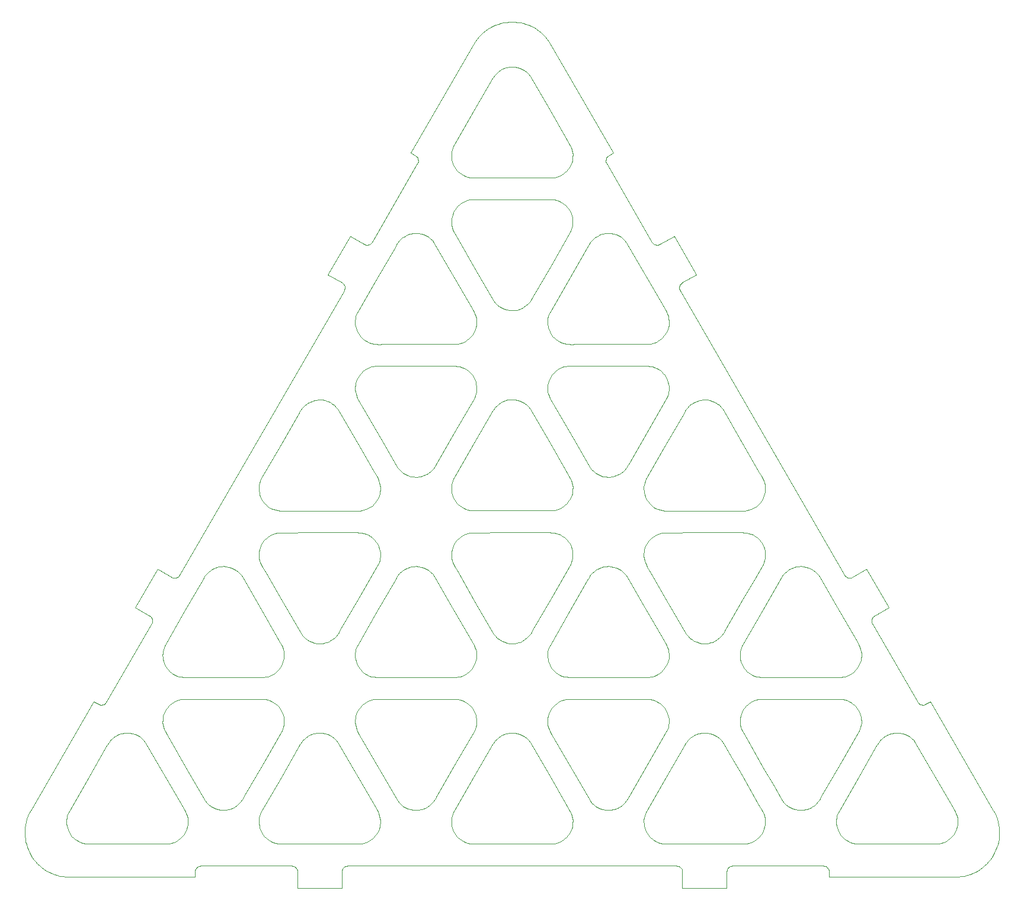
<source format=gbr>
%TF.GenerationSoftware,KiCad,Pcbnew,(6.0.0)*%
%TF.CreationDate,2022-01-31T16:29:54-08:00*%
%TF.ProjectId,PCB-middle,5043422d-6d69-4646-946c-652e6b696361,rev?*%
%TF.SameCoordinates,Original*%
%TF.FileFunction,Profile,NP*%
%FSLAX46Y46*%
G04 Gerber Fmt 4.6, Leading zero omitted, Abs format (unit mm)*
G04 Created by KiCad (PCBNEW (6.0.0)) date 2022-01-31 16:29:54*
%MOMM*%
%LPD*%
G01*
G04 APERTURE LIST*
%TA.AperFunction,Profile*%
%ADD10C,0.100000*%
%TD*%
G04 APERTURE END LIST*
D10*
%TO.C,Ref\u002A\u002A*%
X170950530Y-79761050D02*
X170883930Y-79485550D01*
X169771530Y-97771050D02*
X170099830Y-97834450D01*
X162416930Y-47096850D02*
X163076730Y-46715950D01*
X197996730Y-116766850D02*
X197654730Y-116187850D01*
X150296530Y-116363850D02*
X150481830Y-116236850D01*
X140246230Y-96059950D02*
X140380530Y-96309350D01*
X141706830Y-121386850D02*
X141955130Y-121250850D01*
X195843730Y-124853850D02*
X195515730Y-124815850D01*
X98799630Y-119386850D02*
X98889430Y-119655850D01*
X154872330Y-121013850D02*
X155106730Y-121177850D01*
X170790230Y-69750650D02*
X170654830Y-69442450D01*
X157024130Y-74075050D02*
X157696330Y-74068350D01*
X160243730Y-92267050D02*
X160544730Y-92499150D01*
X217897730Y-141936850D02*
X217746730Y-141527850D01*
X106225630Y-140472850D02*
X106588930Y-140585850D01*
X163851630Y-92666850D02*
X164045030Y-92551950D01*
X196699730Y-121386850D02*
X196948730Y-121250850D01*
X146224630Y-115811850D02*
X146495830Y-116078850D01*
X142275430Y-97726850D02*
X142603730Y-97790150D01*
X168032030Y-144214850D02*
X168208230Y-144435850D01*
X95390730Y-130185850D02*
X95064330Y-129991850D01*
X153882130Y-72031550D02*
X153994430Y-72291750D01*
X155938530Y-144906850D02*
X156159630Y-144729850D01*
X118201130Y-131465850D02*
X115452930Y-136221850D01*
X94759430Y-111711250D02*
X96783230Y-112879650D01*
X164703630Y-59248950D02*
X164432530Y-58981250D01*
X126175230Y-118265850D02*
X126168330Y-118548850D01*
X202068730Y-130018850D02*
X201875730Y-130132850D01*
X142938330Y-97827150D02*
X143275930Y-97843350D01*
X114915630Y-120916850D02*
X115121030Y-120721850D01*
X91529130Y-130401850D02*
X91362630Y-130552850D01*
X113990130Y-125013850D02*
X113677130Y-124918850D01*
X183434730Y-144906850D02*
X183655730Y-144729850D01*
X170799130Y-117396850D02*
X170668130Y-117093850D01*
X114576730Y-125319850D02*
X114291030Y-125145850D01*
X151377130Y-67608150D02*
X151482630Y-67407350D01*
X183655730Y-144729850D02*
X183861730Y-144534850D01*
X144476930Y-29474850D02*
X144164730Y-29760150D01*
X171444330Y-145505850D02*
X176651730Y-145506850D01*
X168854830Y-97365350D02*
X169145930Y-97542250D01*
X143297930Y-79216850D02*
X143185630Y-78956650D01*
X157180730Y-143065850D02*
X157233430Y-142785850D01*
X143250030Y-72163650D02*
X143353730Y-71900250D01*
X169247730Y-59865750D02*
X169089730Y-59839150D01*
X136308630Y-106179650D02*
X135961530Y-106024750D01*
X167978630Y-86463050D02*
X170713230Y-81699050D01*
X160445830Y-106449150D02*
X160269630Y-106589350D01*
X139951730Y-57045050D02*
X140028630Y-57369050D01*
X174923730Y-64086250D02*
X171748730Y-58587050D01*
X149709630Y-34587250D02*
X149346330Y-34474050D01*
X126165530Y-128149850D02*
X126203430Y-128481850D01*
X129255930Y-140578850D02*
X128913930Y-139999850D01*
X150684230Y-82749550D02*
X150383230Y-82517450D01*
X133048730Y-92499350D02*
X133374830Y-92693750D01*
X133721630Y-92848450D02*
X134084830Y-92961650D01*
X124613830Y-65612950D02*
X124670030Y-65763650D01*
X134388830Y-58223750D02*
X134166830Y-58264250D01*
X95064330Y-129991850D02*
X94717230Y-129836850D01*
X196076730Y-107073650D02*
X172593730Y-66399650D01*
X143158630Y-117066850D02*
X143003830Y-116766850D01*
X113980430Y-101434250D02*
X113744930Y-101591250D01*
X99001730Y-119915850D02*
X99136030Y-120165850D01*
X112884330Y-96353650D02*
X113039930Y-96590150D01*
X146232330Y-28420650D02*
X145859830Y-28581850D01*
X161956330Y-93031250D02*
X162338030Y-93054950D01*
X151320130Y-28581850D02*
X150947530Y-28420650D01*
X153763330Y-70083650D02*
X153704330Y-70360750D01*
X156271330Y-54232150D02*
X156055630Y-54046850D01*
X152703030Y-29474850D02*
X152376030Y-29214350D01*
X163012830Y-140608850D02*
X163230730Y-140551850D01*
X141156330Y-77289750D02*
X140828030Y-77226350D01*
X101705130Y-112409750D02*
X98970530Y-117173850D01*
X87282930Y-145395850D02*
X87611230Y-145458850D01*
X160103230Y-59116150D02*
X159947330Y-59279050D01*
X150955330Y-83017150D02*
X150684230Y-82749550D01*
X203582730Y-129630850D02*
X203354730Y-129636850D01*
X112884230Y-143977850D02*
X113039830Y-144214850D01*
X128505830Y-124910850D02*
X128236230Y-124998850D01*
X135598230Y-105911550D02*
X135223430Y-105842150D01*
X155732730Y-77374050D02*
X155473030Y-77486250D01*
X218072730Y-145206850D02*
X218144730Y-144808850D01*
X179261730Y-149486850D02*
X179278730Y-149317850D01*
X157202430Y-55948650D02*
X157135930Y-55673150D01*
X148589830Y-34380950D02*
X148362130Y-34387350D01*
X168404530Y-144640850D02*
X168620230Y-144825850D01*
X198500730Y-128230850D02*
X198507730Y-127947850D01*
X129737430Y-95161150D02*
X129762230Y-94876050D01*
X101287430Y-124849850D02*
X101009530Y-124910850D01*
X178753730Y-115425650D02*
X178872730Y-115233450D01*
X142603730Y-97790150D02*
X142938330Y-97827150D01*
X196744730Y-107490750D02*
X196585730Y-107464150D01*
X127376030Y-121013850D02*
X127610430Y-121177850D01*
X108859030Y-140290850D02*
X109052330Y-140175850D01*
X150658530Y-68471550D02*
X150825030Y-68319750D01*
X146796730Y-68686650D02*
X147123130Y-68881250D01*
X168669730Y-124918850D02*
X168347630Y-124853850D01*
X155454930Y-49949550D02*
X155703230Y-49814150D01*
X126186530Y-71207050D02*
X126229330Y-71487150D01*
X89952230Y-125647850D02*
X89790230Y-125643850D01*
X84985030Y-142923850D02*
X85051530Y-143199850D01*
X174017730Y-82776750D02*
X173851730Y-82928550D01*
X143515130Y-127947850D02*
X143496830Y-127665850D01*
X155224730Y-77621650D02*
X154989230Y-77778750D01*
X183026730Y-101331050D02*
X182719730Y-101197750D01*
X114779230Y-145395850D02*
X115107530Y-145458850D01*
X172241730Y-148665850D02*
X172399730Y-148714850D01*
X112547930Y-95575050D02*
X112637630Y-95843950D01*
X206559730Y-125230850D02*
X200089730Y-114024750D01*
X157045930Y-103029350D02*
X156933630Y-102769050D01*
X198322730Y-129059850D02*
X198408730Y-128788850D01*
X113951030Y-121498850D02*
X114210730Y-121386850D01*
X146054430Y-35639850D02*
X145922030Y-35822950D01*
X147833530Y-69149350D02*
X148208330Y-69218750D01*
X153589730Y-30405050D02*
X153311230Y-30070150D01*
X143250130Y-119787850D02*
X143353930Y-119524850D01*
X170899630Y-70066750D02*
X170790230Y-69750650D01*
X182691730Y-97686850D02*
X182950730Y-97574650D01*
X112685330Y-102897150D02*
X112581630Y-103160650D01*
X140851330Y-124853850D02*
X140523030Y-124815850D01*
X212305730Y-150232850D02*
X212747730Y-150187850D01*
X151191830Y-130986850D02*
X150955230Y-130685850D01*
X181221730Y-119111850D02*
X181288730Y-119386850D01*
X128783930Y-77225550D02*
X128506030Y-77286550D01*
X121659630Y-145506850D02*
X124263430Y-145506850D01*
X181190730Y-127524850D02*
X181165730Y-127809850D01*
X182264730Y-125579850D02*
X182058730Y-125775850D01*
X148590030Y-69242450D02*
X148590030Y-69242450D01*
X102241030Y-142785850D02*
X102265930Y-142500850D01*
X114291030Y-125145850D02*
X113990130Y-125013850D01*
X112604930Y-93624850D02*
X112518930Y-93896150D01*
X90704830Y-131465850D02*
X87956630Y-136221850D01*
X147915030Y-129700850D02*
X147697230Y-129757850D01*
X184698730Y-103573850D02*
X184631730Y-103298250D01*
X143475730Y-80887550D02*
X143508330Y-80606450D01*
X126173230Y-127809850D02*
X126165530Y-128149850D01*
X196478730Y-125013850D02*
X196165730Y-124918850D01*
X147076230Y-34769050D02*
X146882930Y-34883850D01*
X155195230Y-50061750D02*
X155454930Y-49949550D01*
X204148730Y-145506850D02*
X206752730Y-145506850D01*
X129057030Y-96697550D02*
X129226230Y-96470150D01*
X163076730Y-46715950D02*
X154089230Y-31149150D01*
X164406530Y-139908850D02*
X164573030Y-139756850D01*
X153994430Y-72291750D02*
X154128730Y-72541150D01*
X115035830Y-101038050D02*
X114757930Y-101099050D01*
X141649730Y-145166850D02*
X141956330Y-145299850D01*
X153807630Y-135489850D02*
X151191830Y-130986850D01*
X157164730Y-104977150D02*
X157223730Y-104700050D01*
X218190730Y-144405850D02*
X218211730Y-143997850D01*
X177977730Y-116236850D02*
X178153730Y-116096850D01*
X150955230Y-35436450D02*
X150684130Y-35168750D01*
X168620230Y-144825850D02*
X168854730Y-144989850D01*
X124656030Y-66244850D02*
X124586330Y-66399650D01*
X197596730Y-145458850D02*
X197930730Y-145495850D01*
X162004030Y-47926350D02*
X161999830Y-47764450D01*
X143510230Y-118687850D02*
X143517930Y-118347850D01*
X148817430Y-116860850D02*
X149042630Y-116836850D01*
X124638230Y-148791850D02*
X124780530Y-148714850D01*
X157180830Y-47815550D02*
X157233530Y-47536150D01*
X102031530Y-121699850D02*
X102703730Y-121692850D01*
X184729730Y-142785850D02*
X184754730Y-142500850D01*
X85222330Y-140985850D02*
X85108630Y-141249850D01*
X147277130Y-129916850D02*
X147076430Y-130018850D01*
X149155730Y-145506850D02*
X151759530Y-145506850D01*
X159670430Y-59635350D02*
X159551130Y-59827650D01*
X98701730Y-127524850D02*
X98676930Y-127809850D01*
X141956330Y-145299850D02*
X142275430Y-145395850D01*
X155472930Y-125110850D02*
X155224630Y-125245850D01*
X164728930Y-91969250D02*
X164873430Y-91795950D01*
X181267730Y-128788850D02*
X181373730Y-129100850D01*
X200146730Y-113099850D02*
X200258730Y-112978950D01*
X168395930Y-121646850D02*
X168673930Y-121585850D01*
X126280230Y-128805850D02*
X126389630Y-129121850D01*
X81084570Y-148630850D02*
X81393070Y-148891850D01*
X114153530Y-145166850D02*
X114460230Y-145299850D01*
X190939730Y-140478850D02*
X191147730Y-140391850D01*
X118425930Y-83447950D02*
X118306630Y-83640150D01*
X176467730Y-129654850D02*
X176085730Y-129630850D01*
X167574130Y-103160450D02*
X167495230Y-103432750D01*
X181378730Y-119655850D02*
X181490730Y-119916850D01*
X139999030Y-55807850D02*
X139946430Y-56087250D01*
X137076830Y-92132150D02*
X137232830Y-91969250D01*
X167511530Y-93896050D02*
X167452530Y-94173250D01*
X120201030Y-129757850D02*
X119988130Y-129829850D01*
X157266030Y-46910550D02*
X157228130Y-46578350D01*
X154284030Y-120401850D02*
X154460330Y-120623850D01*
X160824430Y-106206450D02*
X160631030Y-106321350D01*
X156933830Y-55144050D02*
X156799530Y-54894650D01*
X124514130Y-148893850D02*
X124638230Y-148791850D01*
X129762230Y-142500850D02*
X129769930Y-142160850D01*
X169452430Y-145299850D02*
X169771430Y-145395850D01*
X127976530Y-125110850D02*
X127728230Y-125245850D01*
X132450830Y-59279050D02*
X132306330Y-59452350D01*
X143123130Y-120040850D02*
X143250130Y-119787850D01*
X126175230Y-70641850D02*
X126168330Y-70924650D01*
X86131730Y-144825850D02*
X86366130Y-144989850D01*
X168737430Y-101591050D02*
X168516230Y-101768050D01*
X100231930Y-125245850D02*
X99996430Y-125402850D01*
X99183430Y-129730850D02*
X99525230Y-130309850D01*
X153746930Y-127244850D02*
X153694330Y-127524850D01*
X128855630Y-121646850D02*
X129190130Y-121682850D01*
X135180130Y-47764450D02*
X135175830Y-47926350D01*
X212747730Y-150187850D02*
X213176730Y-150114850D01*
X212258730Y-142160850D02*
X212220730Y-141827850D01*
X148817730Y-69236050D02*
X149042930Y-69212150D01*
X201047730Y-130889850D02*
X200914730Y-131072850D01*
X140101030Y-141249850D02*
X140015030Y-141520850D01*
X156965030Y-105511550D02*
X157078730Y-105248350D01*
X120640830Y-129660850D02*
X120418830Y-129700850D01*
X147076330Y-82349750D02*
X146882930Y-82464650D01*
X135175830Y-47926350D02*
X135139430Y-48087050D01*
X147484230Y-82161450D02*
X147277030Y-82248450D01*
X126866930Y-145492850D02*
X127151630Y-145459850D01*
X178153730Y-116096850D02*
X178320730Y-115944850D01*
X135961530Y-106024750D02*
X135598230Y-105911550D01*
X167473830Y-142923850D02*
X167540330Y-143199850D01*
X151257530Y-115425650D02*
X151376930Y-115233450D01*
X174967730Y-116660850D02*
X175330730Y-116773850D01*
X168673930Y-121585850D02*
X168943430Y-121498850D01*
X203582730Y-129630850D02*
X203582730Y-129630850D01*
X178476730Y-115781850D02*
X178620730Y-115608650D01*
X167989730Y-77189450D02*
X167652130Y-77173250D01*
X129410630Y-93255050D02*
X129255830Y-92954450D01*
X143948030Y-145505850D02*
X149155730Y-145506850D01*
X168111130Y-74055950D02*
X168395930Y-74022850D01*
X167473830Y-95299550D02*
X167540330Y-95575050D01*
X157042130Y-141187850D02*
X156906930Y-140879850D01*
X113677130Y-124918850D02*
X113355030Y-124853850D01*
X170028530Y-101037950D02*
X169750630Y-101099050D01*
X121321330Y-116860850D02*
X121546530Y-116836850D01*
X126352830Y-69812450D02*
X126266830Y-70083650D01*
X169908230Y-73292850D02*
X170113530Y-73097450D01*
X143454130Y-127385850D02*
X143387630Y-127109850D01*
X127079830Y-101038850D02*
X126745330Y-101001950D01*
X178179730Y-130417850D02*
X177878730Y-130185850D01*
X184049730Y-144322850D02*
X184218730Y-144094850D01*
X117775530Y-149017850D02*
X117852730Y-149160850D01*
X143432630Y-71628050D02*
X143485330Y-71348650D01*
X184520730Y-121699850D02*
X185192730Y-121692850D01*
X147484230Y-34580650D02*
X147276930Y-34667750D01*
X148024030Y-100990950D02*
X142816730Y-101004950D01*
X135139430Y-48087050D02*
X135069730Y-48241850D01*
X170978330Y-118026850D02*
X170904530Y-117708850D01*
X198467730Y-128511850D02*
X198500730Y-128230850D01*
X193632730Y-148893850D02*
X193734730Y-149017850D01*
X218109730Y-142760850D02*
X218018730Y-142348850D01*
X143485430Y-118972850D02*
X143510230Y-118687850D01*
X183848730Y-121645850D02*
X184182730Y-121682850D01*
X173550930Y-130889850D02*
X173418630Y-131072850D01*
X93369730Y-129636850D02*
X93144530Y-129660850D01*
X184574730Y-105248450D02*
X184660730Y-104977250D01*
X124696630Y-65922250D02*
X124692430Y-66084250D01*
X156871130Y-48604150D02*
X156998130Y-48351150D01*
X105250930Y-139891850D02*
X105551930Y-140123850D01*
X112438630Y-95019550D02*
X112481330Y-95299550D01*
X100113030Y-107450150D02*
X99958230Y-107380450D01*
X149346430Y-82054750D02*
X148971630Y-81985250D01*
X129375030Y-96229150D02*
X129502030Y-95976150D01*
X107345430Y-140679850D02*
X107345430Y-140679850D01*
X171011530Y-80323650D02*
X170993230Y-80041150D01*
X179930730Y-148665850D02*
X180099730Y-148648850D01*
X148024230Y-53365950D02*
X142816930Y-53379950D01*
X184494730Y-143600850D02*
X184598730Y-143337850D01*
X175410730Y-129701850D02*
X175192730Y-129757850D01*
X81718970Y-149133850D02*
X82061670Y-149355850D01*
X100202630Y-145310850D02*
X100462330Y-145198850D01*
X183199730Y-97439250D02*
X183434730Y-97282250D01*
X188127730Y-106321350D02*
X187942730Y-106449150D01*
X143416630Y-128788850D02*
X143475630Y-128511850D01*
X115834230Y-129059850D02*
X115920330Y-128788850D01*
X167431130Y-142643850D02*
X167473830Y-142923850D01*
X211863730Y-143853850D02*
X211990730Y-143600850D01*
X156906830Y-93210750D02*
X156752030Y-92910250D01*
X99063930Y-126456850D02*
X98936930Y-126709850D01*
X107911430Y-121694850D02*
X113118730Y-121679850D01*
X133134730Y-106321350D02*
X132949530Y-106449150D01*
X195206730Y-140985850D02*
X195093730Y-141249850D01*
X145922130Y-83403750D02*
X145802830Y-83595950D01*
X167742330Y-96104150D02*
X167876530Y-96353550D01*
X156553130Y-49072550D02*
X156722330Y-48845150D01*
X161885130Y-105848650D02*
X161663130Y-105889250D01*
X167540330Y-143199850D02*
X167630030Y-143468850D01*
X129527630Y-74075050D02*
X130199830Y-74068350D01*
X135294630Y-140648850D02*
X135516530Y-140608850D01*
X127271530Y-125579850D02*
X127066230Y-125775850D01*
X154904530Y-53477250D02*
X154576230Y-53413850D01*
X147277030Y-82248450D02*
X147076330Y-82349750D01*
X162338230Y-58193450D02*
X162338230Y-58193450D01*
X153699730Y-128481850D02*
X153776530Y-128805850D01*
X143485330Y-71348650D02*
X143510230Y-71063550D01*
X118858930Y-130552850D02*
X118703030Y-130715850D01*
X181259730Y-117707850D02*
X181200730Y-117984850D01*
X156467630Y-54436550D02*
X156271330Y-54232150D01*
X155473030Y-77486250D02*
X155224730Y-77621650D01*
X182485730Y-125402850D02*
X182264730Y-125579850D01*
X153776530Y-128805850D02*
X153885930Y-129121850D01*
X167511530Y-141520850D02*
X167452530Y-141797850D01*
X184762730Y-142166850D02*
X184726730Y-141839850D01*
X176313730Y-116860850D02*
X176538730Y-116836850D01*
X80270670Y-147741850D02*
X80522670Y-148054850D01*
X97159730Y-113869850D02*
X97090030Y-114024750D01*
X112637630Y-143468850D02*
X112750030Y-143728850D01*
X181315730Y-135509850D02*
X180006730Y-133245850D01*
X150383130Y-130186850D02*
X150056830Y-129991850D01*
X145922030Y-35822950D02*
X145802730Y-36015150D01*
X143275830Y-50262550D02*
X143948030Y-50255850D01*
X107798330Y-140648850D02*
X108020230Y-140608850D01*
X118201130Y-83840950D02*
X115452930Y-88597550D01*
X127699030Y-145310850D02*
X127958630Y-145198850D01*
X171014330Y-118353850D02*
X170978330Y-118026850D01*
X118999630Y-116078850D02*
X119300730Y-116310850D01*
X142949130Y-136221850D02*
X140214730Y-140985850D01*
X140191530Y-124798850D02*
X139531230Y-124804850D01*
X200062730Y-113237950D02*
X200146730Y-113099850D01*
X112034930Y-124804850D02*
X106803330Y-124803850D01*
X129762230Y-94876050D02*
X129769930Y-94535550D01*
X187166730Y-107260450D02*
X187047730Y-107452650D01*
X142949030Y-40972550D02*
X140214730Y-45736750D01*
X121768430Y-116795850D02*
X121986230Y-116739850D01*
X104979930Y-139623850D02*
X105250930Y-139891850D01*
X113681430Y-121585850D02*
X113951030Y-121498850D01*
X191147730Y-140391850D02*
X191347730Y-140290850D01*
X113026730Y-124815850D02*
X112695230Y-124798850D01*
X115875930Y-111008450D02*
X118491830Y-115510950D01*
X162167330Y-47317050D02*
X162279130Y-47196050D01*
X153825930Y-79348150D02*
X153747030Y-79620350D01*
X140137930Y-57685150D02*
X140273230Y-57993350D01*
X182969730Y-125110850D02*
X182720730Y-125245850D01*
X113130430Y-102175850D02*
X112961230Y-102403150D01*
X184598730Y-95712950D02*
X184677730Y-95440650D01*
X100405430Y-121354850D02*
X100712030Y-121487850D01*
X127066630Y-78151150D02*
X126878630Y-78363350D01*
X114811130Y-125483850D02*
X114576730Y-125319850D01*
X181321730Y-126972850D02*
X181242730Y-127244850D01*
X172762730Y-65353950D02*
X172900730Y-65254650D01*
X167688030Y-124798850D02*
X167027830Y-124804850D01*
X197930730Y-145495850D02*
X198268730Y-145512850D01*
X193208730Y-148665850D02*
X193365730Y-148714850D01*
X121093730Y-116866850D02*
X121093730Y-116866850D01*
X156280130Y-77225550D02*
X156002230Y-77286550D01*
X184403730Y-93255050D02*
X184248730Y-92954450D01*
X141177530Y-121585850D02*
X141447130Y-121498850D01*
X184061730Y-124816850D02*
X183776730Y-124849850D01*
X115779730Y-145512850D02*
X116451930Y-145505850D01*
X129190130Y-121682850D02*
X129527730Y-121699850D01*
X201875730Y-130132850D02*
X201690730Y-130260850D01*
X98733130Y-119111850D02*
X98799630Y-119386850D01*
X125106830Y-148648850D02*
X172072730Y-148648850D01*
X129190030Y-74058850D02*
X129527630Y-74075050D01*
X159445630Y-60028450D02*
X156697430Y-64785150D01*
X139946430Y-56087250D02*
X139921530Y-56372350D01*
X91206730Y-130715850D02*
X91062130Y-130889850D01*
X148971630Y-81985250D02*
X148589930Y-81961650D01*
X112581630Y-103160650D02*
X112502730Y-103432850D01*
X153704130Y-117984850D02*
X153671530Y-118265850D01*
X197515730Y-125668850D02*
X197299730Y-125483850D01*
X132239830Y-139322850D02*
X132476230Y-139623850D01*
X153671730Y-70641850D02*
X153664830Y-70924550D01*
X147697130Y-34508550D02*
X147484230Y-34580650D01*
X215460730Y-149133850D02*
X215786730Y-148891850D01*
X156159630Y-144729850D02*
X156364930Y-144533850D01*
X88283430Y-145512850D02*
X88955630Y-145505850D01*
X129068730Y-77192450D02*
X128783930Y-77225550D01*
X133736030Y-58393150D02*
X133528830Y-58480250D01*
X97032830Y-113099850D02*
X97117530Y-113237950D01*
X143217030Y-81699050D02*
X143330730Y-81435850D01*
X117673130Y-148893850D02*
X117775530Y-149017850D01*
X79070670Y-142760850D02*
X79008570Y-143174850D01*
X84963530Y-141797850D02*
X84930930Y-142078850D01*
X129668530Y-104977250D02*
X129727630Y-104700050D01*
X145802730Y-36015150D02*
X145697230Y-36215950D01*
X129706130Y-103573750D02*
X129639530Y-103298250D01*
X162338030Y-105818450D02*
X162338030Y-105818450D01*
X172565730Y-65612950D02*
X172650730Y-65474850D01*
X98669230Y-128149850D02*
X98707130Y-128481850D01*
X80522670Y-148054850D02*
X80794270Y-148350850D01*
X79107570Y-145206850D02*
X79204570Y-145597850D01*
X153664830Y-70924550D02*
X153683030Y-71207050D01*
X172894730Y-149317850D02*
X172911730Y-149486850D01*
X206659730Y-125368850D02*
X206559730Y-125230850D01*
X189452730Y-140655850D02*
X189834730Y-140679850D01*
X203582730Y-129630850D02*
X203582730Y-129630850D01*
X116451930Y-145505850D02*
X121659630Y-145506850D01*
X181157730Y-128143850D02*
X181193730Y-128470850D01*
X169452530Y-97675650D02*
X169771530Y-97771050D01*
X194948730Y-141797850D02*
X194915730Y-142078850D01*
X160544730Y-92499150D02*
X160871130Y-92693650D01*
X218018730Y-142348850D02*
X217897730Y-141936850D01*
X182400730Y-101102250D02*
X182072730Y-101038850D01*
X140457430Y-102403250D02*
X140308630Y-102644250D01*
X114460230Y-145299850D02*
X114779230Y-145395850D01*
X126385630Y-72031550D02*
X126497930Y-72291750D01*
X169283330Y-125145850D02*
X168982630Y-125013850D01*
X115720530Y-129323850D02*
X115834230Y-129059850D01*
X189077730Y-140585850D02*
X189452730Y-140655850D01*
X145988130Y-67885750D02*
X146224630Y-68186850D01*
X140308830Y-55019250D02*
X140181730Y-55272250D01*
X195515730Y-124815850D02*
X195183730Y-124798850D01*
X112604930Y-141249850D02*
X112518930Y-141520850D01*
X148589930Y-81961650D02*
X148362230Y-81968050D01*
X177398730Y-116579850D02*
X177598730Y-116478850D01*
X170929030Y-119252850D02*
X170981730Y-118972850D01*
X155938730Y-49657150D02*
X156159830Y-49480150D01*
X142307530Y-77859350D02*
X142073130Y-77695250D01*
X112931630Y-105918850D02*
X113273530Y-106497650D01*
X193508730Y-148791850D02*
X193632730Y-148893850D01*
X153962930Y-117172850D02*
X153849230Y-117436850D01*
X129769930Y-142160850D02*
X129732130Y-141827850D01*
X162110330Y-105824850D02*
X161885130Y-105848650D01*
X115920330Y-128788850D02*
X115979330Y-128511850D01*
X146354930Y-35303650D02*
X146198930Y-35466550D01*
X160824630Y-58581450D02*
X160631230Y-58696350D01*
X189606730Y-105824850D02*
X189381730Y-105848650D01*
X167452530Y-94173250D02*
X167419830Y-94454250D01*
X173299330Y-131264850D02*
X173193830Y-131465850D01*
X142254030Y-101099050D02*
X141984530Y-101186550D01*
X98754330Y-127244850D02*
X98701730Y-127524850D01*
X149155830Y-97838250D02*
X154363030Y-97824150D01*
X197609730Y-120721850D02*
X197797730Y-120509850D01*
X115662530Y-117066850D02*
X115507730Y-116766850D01*
X129255830Y-92954450D02*
X128913930Y-92375650D01*
X183551730Y-101672050D02*
X183317730Y-101508050D01*
X148208330Y-69218750D02*
X148590030Y-69242450D01*
X126632230Y-72541150D02*
X126787830Y-72777650D01*
X155397930Y-121354850D02*
X155704530Y-121487850D01*
X205375730Y-130186850D02*
X205049730Y-129991850D01*
X137509530Y-139237850D02*
X137628830Y-139044850D01*
X170929230Y-71628150D02*
X170981830Y-71348650D01*
X139921330Y-103997350D02*
X139913730Y-104337850D01*
X156752130Y-140578850D02*
X156410130Y-139999850D01*
X126745330Y-101001950D02*
X126407730Y-100985750D01*
X126168330Y-70924650D02*
X126186530Y-71207050D01*
X178320730Y-115944850D02*
X178476730Y-115781850D01*
X105832030Y-106206450D02*
X105638630Y-106321350D01*
X82061670Y-149355850D02*
X82420470Y-149555850D01*
X126229330Y-71487150D02*
X126295830Y-71762650D01*
X133721930Y-140472850D02*
X134085230Y-140585850D01*
X217853730Y-145980850D02*
X217975730Y-145597850D01*
X149390130Y-28023750D02*
X148990730Y-27986550D01*
X140101130Y-93580650D02*
X140015130Y-93851850D01*
X184547730Y-141209850D02*
X184415730Y-140905850D01*
X197941730Y-136221850D02*
X195206730Y-140985850D01*
X157263430Y-56511150D02*
X157245230Y-56228750D01*
X142603730Y-50209450D02*
X142938230Y-50246350D01*
X178620730Y-115608650D02*
X178753730Y-115425650D01*
X133374830Y-92693750D02*
X133721630Y-92848450D01*
X90261430Y-125564850D02*
X90110830Y-125621850D01*
X160446030Y-58824150D02*
X160269730Y-58964350D01*
X128775030Y-101857150D02*
X128559330Y-101671850D01*
X109736330Y-139593850D02*
X109880830Y-139420850D01*
X163443730Y-92855150D02*
X163650930Y-92768150D01*
X99664130Y-120827850D02*
X99879830Y-121013850D01*
X140536030Y-96545850D02*
X140712330Y-96767450D01*
X113216030Y-144435850D02*
X113412330Y-144640850D01*
X140044030Y-47950050D02*
X140133730Y-48218950D01*
X129639530Y-103298250D02*
X129549830Y-103029350D01*
X199979730Y-113547250D02*
X200005730Y-113388650D01*
X128868930Y-144533850D02*
X129056830Y-144321850D01*
X82420470Y-149555850D02*
X82794670Y-149732850D01*
X154056730Y-78831650D02*
X153929630Y-79084750D01*
X121475530Y-129653850D02*
X121093730Y-129630850D01*
X141241230Y-53966250D02*
X141020130Y-54143250D01*
X107573130Y-140672850D02*
X107798330Y-140648850D01*
X146882930Y-82464650D02*
X146697730Y-82592450D01*
X126266930Y-117707850D02*
X126207830Y-117984850D01*
X100946130Y-144906850D02*
X101167230Y-144729850D01*
X142617130Y-120721850D02*
X142805130Y-120509850D01*
X112718630Y-140985850D02*
X112604930Y-141249850D01*
X170746630Y-72163850D02*
X170850330Y-71900450D01*
X105110630Y-106741150D02*
X104954730Y-106904050D01*
X113412430Y-97016150D02*
X113628130Y-97201550D01*
X205947730Y-130685850D02*
X205676730Y-130418850D01*
X178872730Y-115233450D02*
X178978730Y-115032850D01*
X170981730Y-118972850D02*
X171006630Y-118687850D01*
X156799530Y-54894650D02*
X156643930Y-54658150D01*
X142816930Y-53379950D02*
X142532130Y-53413050D01*
X112420430Y-142361850D02*
X112438630Y-142643850D01*
X142531930Y-101038050D02*
X142254030Y-101099050D01*
X150566930Y-28284250D02*
X150179630Y-28172650D01*
X196175730Y-107211450D02*
X196076730Y-107073650D01*
X86963930Y-145299850D02*
X87282930Y-145395850D01*
X168324130Y-77226350D02*
X167989730Y-77189450D01*
X112637630Y-95843950D02*
X112750030Y-96104150D01*
X143517930Y-118347850D02*
X143480030Y-118015850D01*
X125106830Y-148648850D02*
X125106830Y-148648850D01*
X157228230Y-94159050D02*
X157151430Y-93835050D01*
X174572730Y-82393950D02*
X174379730Y-82508750D01*
X143330730Y-81435850D02*
X143416730Y-81164650D01*
X156351930Y-121646850D02*
X156686430Y-121682850D01*
X143275930Y-97843350D02*
X143948130Y-97836650D01*
X115399330Y-126094850D02*
X115223030Y-125873850D01*
X149709730Y-129836850D02*
X149346530Y-129723850D01*
X81393070Y-148891850D02*
X81718970Y-149133850D01*
X140626830Y-54550850D02*
X140457630Y-54778250D01*
X96767130Y-145506850D02*
X99370530Y-145492850D01*
X159550930Y-107452650D02*
X159445430Y-107653450D01*
X190287730Y-140648850D02*
X190509730Y-140608850D01*
X115957830Y-127385850D02*
X115891330Y-127109850D01*
X190216730Y-105842250D02*
X189834730Y-105818450D01*
X101103230Y-107073650D02*
X101004030Y-107211450D01*
X207068730Y-125621850D02*
X206918730Y-125564850D01*
X115320630Y-101004950D02*
X115035830Y-101038050D01*
X147123130Y-68881250D02*
X147470230Y-69036150D01*
X157258430Y-94831750D02*
X157266130Y-94491250D01*
X78968270Y-143997850D02*
X78988770Y-144405850D01*
X173720930Y-115812050D02*
X173992730Y-116079850D01*
X198115730Y-120040850D02*
X198242730Y-119787850D01*
X198472730Y-118015850D02*
X198395730Y-117691850D01*
X167978630Y-134087850D02*
X170713330Y-129323850D01*
X119201530Y-82636650D02*
X119025330Y-82776850D01*
X159670230Y-107260450D02*
X159550930Y-107452650D01*
X135069730Y-48241850D02*
X128599530Y-59448650D01*
X151759530Y-145506850D02*
X154363030Y-145492850D01*
X170772130Y-97887550D02*
X171444330Y-97880850D01*
X162338030Y-140679850D02*
X162338030Y-140679850D01*
X142275330Y-50146050D02*
X142603730Y-50209450D01*
X196779730Y-125145850D02*
X196478730Y-125013850D01*
X184538730Y-93563350D02*
X184403730Y-93255050D01*
X217709730Y-146355850D02*
X217853730Y-145980850D01*
X99136030Y-120165850D02*
X99291530Y-120401850D01*
X173299330Y-83640150D02*
X173193830Y-83840950D01*
X141358730Y-97321250D02*
X141649830Y-97498150D01*
X112518930Y-141520850D02*
X112459930Y-141797850D01*
X123459130Y-83061450D02*
X123188030Y-82793750D01*
X196905730Y-107486550D02*
X196744730Y-107490750D01*
X122887030Y-82561650D02*
X122560630Y-82367150D01*
X171014330Y-70722950D02*
X170976530Y-70390750D01*
X181624730Y-120165850D02*
X181780730Y-120402850D01*
X128236230Y-124998850D02*
X127976530Y-125110850D01*
X162338030Y-105818450D02*
X162338030Y-105818450D01*
X134084830Y-92961650D02*
X134459730Y-93031150D01*
X155704630Y-73863150D02*
X156023730Y-73958550D01*
X170904530Y-117708850D02*
X170799130Y-117396850D01*
X184676730Y-143065850D02*
X184729730Y-142785850D01*
X134085230Y-140585850D02*
X134460030Y-140655850D01*
X141649730Y-49917350D02*
X141956330Y-50050650D01*
X140214730Y-140985850D02*
X140101030Y-141249850D01*
X102005630Y-143600850D02*
X102109430Y-143337850D01*
X151482430Y-115032750D02*
X154230630Y-110275850D01*
X145802830Y-83595950D02*
X145697330Y-83796750D01*
X173418630Y-131072850D02*
X173299330Y-131264850D01*
X170215530Y-125873850D02*
X170019230Y-125668850D01*
X201191730Y-130715850D02*
X201047730Y-130889850D01*
X167412930Y-94737050D02*
X167431130Y-95019450D01*
X188320730Y-106206450D02*
X188127730Y-106321350D01*
X122887030Y-130185850D02*
X122560630Y-129991850D01*
X167630030Y-95843950D02*
X167742330Y-96104150D01*
X181288730Y-119386850D02*
X181378730Y-119655850D01*
X156023730Y-73958550D02*
X156352030Y-74021950D01*
X185192730Y-121692850D02*
X190400730Y-121694850D01*
X98893330Y-129121850D02*
X99028630Y-129429850D01*
X90399530Y-125480850D02*
X90261430Y-125564850D01*
X174980730Y-129829850D02*
X174772730Y-129916850D01*
X184752730Y-104419050D02*
X184759730Y-104136350D01*
X92704730Y-129757850D02*
X92491830Y-129829850D01*
X153881830Y-119655850D02*
X153994230Y-119915850D01*
X169221330Y-101298650D02*
X168973030Y-101434050D01*
X150056830Y-82322850D02*
X149709730Y-82167950D01*
X157024030Y-121699850D02*
X157696230Y-121692850D01*
X157120330Y-134819850D02*
X159736130Y-139322850D01*
X174620730Y-116505850D02*
X174967730Y-116660850D01*
X164406430Y-92284050D02*
X164572930Y-92132150D01*
X84874030Y-150232850D02*
X85326830Y-150248850D01*
X140626630Y-102175850D02*
X140457430Y-102403250D01*
X143454330Y-79761250D02*
X143387730Y-79485750D01*
X154576230Y-53413850D02*
X154241730Y-53376950D01*
X118858830Y-82928650D02*
X118702830Y-83091550D01*
X148589930Y-27974150D02*
X148189230Y-27986550D01*
X149709730Y-82167950D02*
X149346430Y-82054750D01*
X175193730Y-82133450D02*
X174980730Y-82205550D01*
X148589830Y-116866850D02*
X148589830Y-116866850D01*
X150955230Y-130685850D02*
X150684130Y-130418850D01*
X139946230Y-103712250D02*
X139921330Y-103997350D01*
X196351730Y-144989850D02*
X196642730Y-145166850D01*
X129468830Y-105511550D02*
X129582530Y-105248450D01*
X182072730Y-101038850D02*
X181737730Y-101001950D01*
X121986230Y-116739850D02*
X122199130Y-116666850D01*
X79637970Y-146720850D02*
X79827570Y-147073850D01*
X157266130Y-94491250D02*
X157228230Y-94159050D01*
X164230230Y-140048850D02*
X164406530Y-139908850D01*
X136635030Y-106374150D02*
X136308630Y-106179650D01*
X156564930Y-77192450D02*
X156280130Y-77225550D01*
X191301730Y-106179750D02*
X190954730Y-106024950D01*
X198425730Y-119252850D02*
X198477730Y-118972850D01*
X157180930Y-95396250D02*
X157233630Y-95116850D01*
X115754030Y-119787850D02*
X115857730Y-119524850D01*
X143480030Y-70390850D02*
X143403130Y-70066750D01*
X167677830Y-102897050D02*
X167574130Y-103160450D01*
X112425230Y-103997350D02*
X112417530Y-104337850D01*
X179255730Y-145506850D02*
X181858730Y-145492850D01*
X105638630Y-106321350D02*
X105453430Y-106449150D01*
X103318830Y-149317850D02*
X103367630Y-149160850D01*
X143330530Y-129059850D02*
X143416630Y-128788850D01*
X79161670Y-142348850D02*
X79070670Y-142760850D01*
X156643730Y-102283150D02*
X156467530Y-102061650D01*
X198489730Y-127665850D02*
X198446730Y-127385850D01*
X154230830Y-62650650D02*
X156965230Y-57886550D01*
X115689130Y-126580850D02*
X115554930Y-126331850D01*
X142532130Y-53413050D02*
X142254230Y-53474050D01*
X128527230Y-73958550D02*
X128855530Y-74021950D01*
X129769930Y-94535550D02*
X129732030Y-94203350D01*
X184631730Y-103298250D02*
X184542730Y-103029350D01*
X124417330Y-65353950D02*
X124529130Y-65474850D01*
X105551930Y-140123850D02*
X105878430Y-140317850D01*
X165005830Y-139237850D02*
X165125130Y-139044850D01*
X182058730Y-125775850D02*
X181870730Y-125987850D01*
X132306330Y-59452350D02*
X132173930Y-59635350D01*
X141124230Y-49576550D02*
X141358630Y-49740550D01*
X79325770Y-145980850D02*
X79470470Y-146355850D01*
X170470730Y-72657850D02*
X170619630Y-72416850D01*
X170215530Y-78248950D02*
X170019130Y-78044450D01*
X217746730Y-141527850D02*
X217565730Y-141123850D01*
X182603730Y-121177850D02*
X182894730Y-121354850D01*
X198510730Y-118347850D02*
X198472730Y-118015850D01*
X129068530Y-124816850D02*
X128783730Y-124849850D01*
X134299630Y-124803850D02*
X129068530Y-124816850D01*
X134762930Y-47096850D02*
X134900730Y-47196050D01*
X162338230Y-58193450D02*
X162338230Y-58193450D01*
X198940730Y-145505850D02*
X204148730Y-145506850D01*
X113628030Y-144825850D02*
X113862430Y-144989850D01*
X98711730Y-117984850D02*
X98679130Y-118265850D01*
X102273630Y-142160850D02*
X102235830Y-141827850D01*
X141724830Y-101298750D02*
X141476530Y-101434250D01*
X174379730Y-82508750D02*
X174194730Y-82636550D01*
X207550730Y-125607850D02*
X207389730Y-125643850D01*
X140380530Y-96309350D02*
X140536030Y-96545850D01*
X132054630Y-107452650D02*
X131949130Y-107653450D01*
X125106830Y-148648850D02*
X125106830Y-148648850D01*
X170713230Y-81699050D02*
X170826930Y-81435950D01*
X108812530Y-106179650D02*
X108465430Y-106024750D01*
X203964730Y-129654850D02*
X203582730Y-129630850D01*
X148589830Y-116866850D02*
X148589830Y-116866850D01*
X213592730Y-150012850D02*
X213995730Y-149884850D01*
X112547930Y-143199850D02*
X112637630Y-143468850D01*
X126560230Y-126456850D02*
X126433230Y-126709850D01*
X167652130Y-77173250D02*
X166980130Y-77179950D01*
X137207130Y-106873950D02*
X136936030Y-106606250D01*
X124411830Y-149017850D02*
X124514130Y-148893850D01*
X101729730Y-144094850D02*
X101878630Y-143853850D01*
X117852730Y-149160850D02*
X117901630Y-149317850D01*
X171444330Y-97880850D02*
X176651730Y-97882450D01*
X154374630Y-125987850D02*
X154205430Y-126214850D01*
X167419830Y-142078850D02*
X167412930Y-142361850D01*
X108238130Y-140551850D02*
X108451030Y-140479850D01*
X155195130Y-145310850D02*
X155454730Y-145198850D01*
X148971530Y-34404650D02*
X148589830Y-34380950D01*
X113523730Y-101768250D02*
X113318430Y-101963650D01*
X97117530Y-113237950D02*
X97173730Y-113388650D01*
X140380430Y-143977850D02*
X140535930Y-144214850D01*
X146354930Y-82884450D02*
X146199030Y-83047350D01*
X153231930Y-53367450D02*
X148024230Y-53365950D01*
X115857730Y-119524850D02*
X115936630Y-119252850D01*
X84924030Y-142361850D02*
X84942330Y-142643850D01*
X126389630Y-129121850D02*
X126524930Y-129429850D01*
X142073130Y-77695250D02*
X141782030Y-77518450D01*
X155530130Y-53705950D02*
X155223530Y-53572650D01*
X187469730Y-139623850D02*
X187740730Y-139891850D01*
X96921030Y-112978950D02*
X97032830Y-113099850D01*
X107345430Y-140679850D02*
X107573130Y-140672850D01*
X106032730Y-106105250D02*
X105832030Y-106206450D01*
X156998030Y-143600850D02*
X157101830Y-143337850D01*
X139934830Y-94975250D02*
X139977530Y-95255350D01*
X118426030Y-131072850D02*
X118306730Y-131264850D01*
X114210730Y-121386850D02*
X114459030Y-121250850D01*
X139977430Y-142923850D02*
X140044030Y-143199850D01*
X167923730Y-105918850D02*
X168265530Y-106497550D01*
X173851730Y-82928550D02*
X173695630Y-83091450D01*
X134841730Y-105818450D02*
X134841730Y-105818450D01*
X108451030Y-140479850D02*
X108658330Y-140392850D01*
X181737730Y-101001950D02*
X181400730Y-100985750D01*
X129200930Y-64785150D02*
X126466530Y-69549250D01*
X184652730Y-141520850D02*
X184547730Y-141209850D01*
X148589830Y-34380950D02*
X148589830Y-34380950D01*
X117918630Y-149486850D02*
X117918630Y-151823850D01*
X119580230Y-130018850D02*
X119386930Y-130133850D01*
X155195230Y-97642550D02*
X155454930Y-97530350D01*
X149482730Y-69114850D02*
X149695730Y-69042650D01*
X176085730Y-116866850D02*
X176313730Y-116860850D01*
X166980130Y-77179950D02*
X161772330Y-77178450D01*
X150103230Y-116478850D02*
X150296530Y-116363850D01*
X154647830Y-50210250D02*
X154925730Y-50149250D01*
X128324930Y-101507750D02*
X128033830Y-101330950D01*
X182368730Y-121013850D02*
X182603730Y-121177850D01*
X181179730Y-118831850D02*
X181221730Y-119111850D01*
X195126730Y-143468850D02*
X195238730Y-143728850D01*
X101914430Y-140879850D02*
X101759630Y-140578850D01*
X126734530Y-110275950D02*
X129468830Y-105511550D01*
X145987930Y-115510950D02*
X146224630Y-115811850D01*
X197183730Y-121093850D02*
X197404730Y-120916850D01*
X167524830Y-104993950D02*
X167633930Y-105310050D01*
X167567530Y-111698150D02*
X164939930Y-107175050D01*
X153231730Y-100992450D02*
X148024030Y-100990950D01*
X141706730Y-73762050D02*
X141955030Y-73626650D01*
X129655330Y-141503850D02*
X129546030Y-141187850D01*
X217541730Y-146720850D02*
X217709730Y-146355850D01*
X170826930Y-81435950D02*
X170913030Y-81164650D01*
X126787730Y-120401850D02*
X126964030Y-120623850D01*
X139977530Y-95255350D02*
X140044130Y-95530850D01*
X200396730Y-112879650D02*
X202420730Y-111711250D01*
X184719730Y-104700150D02*
X184752730Y-104419050D01*
X151191730Y-35737550D02*
X150955230Y-35436450D01*
X104558530Y-107452650D02*
X104453030Y-107653450D01*
X141241030Y-101591250D02*
X141019930Y-101768250D01*
X134841730Y-105818450D02*
X134841730Y-105818450D01*
X142661930Y-68563150D02*
X140059430Y-64052550D01*
X127609330Y-59825150D02*
X127454530Y-59755450D01*
X140814830Y-54338650D02*
X140626830Y-54550850D01*
X123880730Y-115233450D02*
X123986330Y-115032750D01*
X153929630Y-79084750D02*
X153825930Y-79348150D01*
X181654730Y-129699850D02*
X181990730Y-130267850D01*
X156697430Y-64785150D02*
X153963030Y-69549250D01*
X119025330Y-82776850D02*
X118858830Y-82928650D01*
X103547230Y-148893850D02*
X103671330Y-148791850D01*
X170619330Y-120040850D02*
X170746330Y-119787850D01*
X168019330Y-124815850D02*
X167688030Y-124798850D01*
X99291530Y-120401850D02*
X99467830Y-120623850D01*
X172845730Y-149160850D02*
X172894730Y-149317850D01*
X167953730Y-102403050D02*
X167804830Y-102644050D01*
X121093730Y-129630850D02*
X121093730Y-129630850D01*
X157120330Y-87195850D02*
X159736130Y-91698250D01*
X148137030Y-81991950D02*
X147915030Y-82032450D01*
X194969730Y-142923850D02*
X195036730Y-143199850D01*
X97200330Y-113547250D02*
X97196130Y-113709250D01*
X137509730Y-91612850D02*
X137629030Y-91420650D01*
X122255730Y-64086250D02*
X124279530Y-65254650D01*
X164873430Y-91795950D02*
X165005830Y-91612850D01*
X141782030Y-77518450D02*
X141475430Y-77385150D01*
X154363030Y-97824150D02*
X154647830Y-97791050D01*
X164432530Y-58981250D02*
X164131530Y-58749150D01*
X152035730Y-28978750D02*
X151683330Y-28767950D01*
X170746330Y-119787850D02*
X170850130Y-119524850D01*
X156271230Y-101857150D02*
X156055530Y-101671850D01*
X183434730Y-97282250D02*
X183655730Y-97105350D01*
X122406330Y-116579850D02*
X122607030Y-116478850D01*
X167452530Y-141797850D02*
X167419830Y-142078850D01*
X169570730Y-59825150D02*
X169409730Y-59861550D01*
X153792130Y-119386850D02*
X153881830Y-119655850D01*
X195474730Y-134087850D02*
X196847730Y-131708850D01*
X127770030Y-59861550D02*
X127609330Y-59825150D01*
X115891330Y-127109850D02*
X115801530Y-126840850D01*
X123761430Y-115425650D02*
X123880730Y-115233450D01*
X170913030Y-128788850D02*
X170972030Y-128511850D01*
X198379730Y-127109850D02*
X198290730Y-126840850D01*
X141476530Y-101434250D02*
X141241030Y-101591250D01*
X181242730Y-127244850D02*
X181190730Y-127524850D01*
X92284630Y-129916850D02*
X92083930Y-130018850D01*
X183906730Y-92375650D02*
X181303730Y-87864950D01*
X133528830Y-58480250D02*
X133328130Y-58581450D01*
X92083930Y-130018850D02*
X91890530Y-130133850D01*
X134614030Y-105824850D02*
X134388830Y-105848650D01*
X154205430Y-126214850D02*
X154056530Y-126456850D01*
X80038670Y-147414850D02*
X80270670Y-147741850D01*
X126497930Y-119915850D02*
X126632130Y-120165850D01*
X139913930Y-56712850D02*
X139951730Y-57045050D01*
X157223930Y-57075050D02*
X157256530Y-56793950D01*
X218144730Y-144808850D02*
X218190730Y-144405850D01*
X170976530Y-70390750D02*
X170899630Y-70066750D01*
X106239930Y-106018150D02*
X106032730Y-106105250D01*
X154517830Y-130309850D02*
X157120330Y-134819850D01*
X194908730Y-142361850D02*
X194927730Y-142643850D01*
X161025330Y-58480250D02*
X160824630Y-58581450D01*
X126311530Y-135489850D02*
X123695630Y-130986850D01*
X196948730Y-121250850D02*
X197183730Y-121093850D01*
X142895630Y-126094850D02*
X142719330Y-125873850D01*
X153825830Y-126972850D02*
X153746930Y-127244850D01*
X206752730Y-145506850D02*
X209355730Y-145492850D01*
X140077830Y-103160650D02*
X139998930Y-103432850D01*
X150684130Y-130418850D02*
X150383130Y-130186850D01*
X212220730Y-141827850D02*
X212143730Y-141503850D01*
X126352930Y-117436850D02*
X126266930Y-117707850D01*
X134841730Y-58193450D02*
X134614030Y-58199850D01*
X109052330Y-140175850D02*
X109237630Y-140048850D01*
X116011930Y-128230850D02*
X116018830Y-127947850D01*
X154230630Y-110275850D02*
X156965030Y-105511550D01*
X92922530Y-129700850D02*
X92704730Y-129757850D01*
X155703230Y-97394950D02*
X155938730Y-97237850D01*
X146613030Y-28284250D02*
X146232330Y-28420650D01*
X154284330Y-72777650D02*
X154460530Y-72999150D01*
X104139930Y-148648850D02*
X117080430Y-148648850D01*
X157258330Y-47251050D02*
X157266030Y-46910550D01*
X141955130Y-121250850D02*
X142190630Y-121093850D01*
X129727630Y-104700050D02*
X129760230Y-104419050D01*
X129502030Y-95976150D02*
X129605830Y-95712750D01*
X123629030Y-115608550D02*
X123761430Y-115425650D01*
X176086730Y-82005950D02*
X175858730Y-82012350D01*
X114694530Y-121093850D02*
X114915630Y-120916850D01*
X139956030Y-94129050D02*
X139923430Y-94410050D01*
X79204570Y-145597850D02*
X79325770Y-145980850D01*
X189159730Y-105889250D02*
X188941730Y-105945950D01*
X159972630Y-91999450D02*
X160243730Y-92267050D01*
X100744930Y-107407950D02*
X100594230Y-107464150D01*
X153699730Y-80857550D02*
X153776530Y-81181550D01*
X168673830Y-73961750D02*
X168943430Y-73874350D01*
X175704730Y-116843850D02*
X176085730Y-116866850D01*
X154925730Y-50149250D02*
X155195230Y-50061750D01*
X153725530Y-119111850D02*
X153792130Y-119386850D01*
X174193730Y-130260850D02*
X174017730Y-130401850D01*
X154872530Y-73388950D02*
X155106930Y-73553050D01*
X121093730Y-129630850D02*
X120866030Y-129636850D01*
X132306330Y-107077350D02*
X132173930Y-107260450D01*
X103971030Y-148665850D02*
X104139930Y-148648850D01*
X121546530Y-116836850D02*
X121768430Y-116795850D01*
X159736130Y-139322850D02*
X159972530Y-139623850D01*
X126207830Y-117984850D02*
X126175230Y-118265850D01*
X167431130Y-95019450D02*
X167473830Y-95299550D01*
X145697330Y-83796750D02*
X142949130Y-88553350D01*
X187047730Y-107452650D02*
X186941730Y-107653450D01*
X184647730Y-93879350D02*
X184538730Y-93563350D01*
X115979330Y-128511850D02*
X116011930Y-128230850D01*
X187298730Y-107077350D02*
X187166730Y-107260450D01*
X139921530Y-56372350D02*
X139913930Y-56712850D01*
X154205530Y-78590650D02*
X154056730Y-78831650D01*
X122199130Y-116666850D02*
X122406330Y-116579850D01*
X133328130Y-58581450D02*
X133134730Y-58696350D01*
X146495730Y-68454550D02*
X146796730Y-68686650D01*
X115507730Y-116766850D02*
X115165830Y-116187850D01*
X198151730Y-117066850D02*
X197996730Y-116766850D01*
X123695630Y-83362550D02*
X123459130Y-83061450D01*
X177206730Y-82212450D02*
X176843730Y-82099350D01*
X181990730Y-130267850D02*
X184604730Y-134799850D01*
X133949030Y-58320950D02*
X133736030Y-58393150D01*
X108658330Y-140392850D02*
X108859030Y-140290850D01*
X115121030Y-120721850D02*
X115308930Y-120509850D01*
X102109430Y-143337850D02*
X102188330Y-143065850D01*
X112455430Y-104670050D02*
X112532230Y-104994050D01*
X211357730Y-144533850D02*
X211545730Y-144321850D01*
X150481830Y-116236850D02*
X150658030Y-116096850D01*
X162279130Y-47196050D02*
X162416930Y-47096850D01*
X211714730Y-144094850D02*
X211863730Y-143853850D01*
X127492730Y-125402850D02*
X127271530Y-125579850D01*
X157228230Y-141827850D02*
X157151430Y-141503850D01*
X93597430Y-129630850D02*
X93597430Y-129630850D01*
X197966730Y-120281850D02*
X198115730Y-120040850D01*
X154656630Y-120827850D02*
X154872330Y-121013850D01*
X155703030Y-145063850D02*
X155938530Y-144906850D01*
X146054530Y-83220650D02*
X145922130Y-83403750D01*
X168652430Y-77289650D02*
X168324130Y-77226350D01*
X196170730Y-121585850D02*
X196440730Y-121498850D01*
X168973030Y-101434050D02*
X168737430Y-101591050D01*
X161218230Y-92848650D02*
X161581530Y-92961850D01*
X108020230Y-140608850D02*
X108238130Y-140551850D01*
X182143730Y-97835350D02*
X182421730Y-97774250D01*
X128971330Y-102061650D02*
X128775030Y-101857150D01*
X147697230Y-129757850D02*
X147484330Y-129829850D01*
X170972030Y-80887450D02*
X171004630Y-80606450D01*
X176843730Y-82099350D02*
X176468730Y-82029850D01*
X142073030Y-125319850D02*
X141787330Y-125145850D01*
X140814630Y-101963650D02*
X140626630Y-102175850D01*
X127493030Y-77778750D02*
X127271930Y-77955750D01*
X150684130Y-35168750D02*
X150383130Y-34936650D01*
X188728730Y-106018150D02*
X188521730Y-106105250D01*
X176651730Y-97882450D02*
X181858730Y-97868350D01*
X154647730Y-145459850D02*
X154925630Y-145398850D01*
X153669530Y-127809850D02*
X153661830Y-128149850D01*
X123459130Y-130685850D02*
X123188030Y-130418850D01*
X141447130Y-121498850D02*
X141706830Y-121386850D01*
X154363030Y-145492850D02*
X154647730Y-145459850D01*
X140427930Y-58293850D02*
X140769830Y-58872650D01*
X211402730Y-139999850D02*
X208799730Y-135489850D01*
X184265730Y-140609850D02*
X183929730Y-140041850D01*
X155106730Y-121177850D02*
X155397930Y-121354850D01*
X126165830Y-80525350D02*
X126203630Y-80857550D01*
X135516530Y-140608850D02*
X135734430Y-140551850D01*
X103367630Y-149160850D02*
X103444930Y-149017850D01*
X188941730Y-105945950D02*
X188728730Y-106018150D01*
X162338030Y-93054950D02*
X162338030Y-93054950D01*
X128033830Y-101330950D02*
X127727230Y-101197650D01*
X196165730Y-124918850D02*
X195843730Y-124853850D01*
X161772330Y-77178450D02*
X156564930Y-77192450D01*
X139923330Y-46829350D02*
X139916430Y-47112050D01*
X167540330Y-95575050D02*
X167630030Y-95843950D01*
X127408230Y-101102250D02*
X127079830Y-101038850D01*
X167876530Y-96353550D02*
X168032130Y-96590050D01*
X192199730Y-106873850D02*
X191928730Y-106606150D01*
X170850330Y-71900450D02*
X170929230Y-71628150D01*
X182153730Y-120828850D02*
X182368730Y-121013850D01*
X156722330Y-48845150D02*
X156871130Y-48604150D01*
X218211730Y-143997850D02*
X218205730Y-143586850D01*
X109711030Y-106873950D02*
X109439930Y-106606250D01*
X174194730Y-82636550D02*
X174017730Y-82776750D01*
X115983930Y-118015850D02*
X115907130Y-117691850D01*
X133528830Y-106105250D02*
X133328130Y-106206450D01*
X192501730Y-139237850D02*
X192621730Y-139044850D01*
X193812730Y-149160850D02*
X193860730Y-149317850D01*
X161445530Y-58320950D02*
X161232530Y-58393150D01*
X127958830Y-97574550D02*
X128207130Y-97439150D01*
X169089730Y-59839150D02*
X168938730Y-59782950D01*
X144803830Y-29214350D02*
X144476930Y-29474850D01*
X115107630Y-97834450D02*
X115442130Y-97871350D01*
X116000530Y-127665850D02*
X115957830Y-127385850D01*
X164873430Y-139420850D02*
X165005830Y-139237850D01*
X199245730Y-106212050D02*
X197221730Y-107380450D01*
X189834730Y-105818450D02*
X189606730Y-105824850D01*
X99370530Y-145492850D02*
X99655230Y-145459850D01*
X197711730Y-125873850D02*
X197515730Y-125668850D01*
X99212830Y-126215850D02*
X99063930Y-126456850D01*
X140133830Y-143468850D02*
X140246130Y-143728850D01*
X181345730Y-117436850D02*
X181259730Y-117707850D01*
X137734330Y-138843850D02*
X140482530Y-134087850D01*
X207227730Y-125647850D02*
X207068730Y-125621850D01*
X153694330Y-79899750D02*
X153669530Y-80184850D01*
X167417830Y-103997350D02*
X167410230Y-104337750D01*
X115907130Y-117691850D02*
X115797730Y-117375850D01*
X79827570Y-147073850D02*
X80038670Y-147414850D01*
X182950730Y-97574650D02*
X183199730Y-97439250D01*
X210187730Y-145310850D02*
X210447730Y-145198850D01*
X182719730Y-101197750D02*
X182400730Y-101102250D01*
X171004630Y-128230850D02*
X171011530Y-127947850D01*
X159802630Y-107077350D02*
X159670230Y-107260450D01*
X196948730Y-145299850D02*
X197267730Y-145395850D01*
X190954730Y-106024950D02*
X190591730Y-105911750D01*
X126203630Y-80857550D02*
X126280430Y-81181550D01*
X156686530Y-74058850D02*
X157024130Y-74075050D01*
X113039830Y-144214850D02*
X113216030Y-144435850D01*
X139955930Y-46548250D02*
X139923330Y-46829350D01*
X151683330Y-28767950D02*
X151320130Y-28581850D01*
X112563330Y-111677550D02*
X109947530Y-107175050D01*
X91362630Y-130552850D02*
X91206730Y-130715850D01*
X136936030Y-106606250D02*
X136635030Y-106374150D01*
X156352030Y-74021950D02*
X156686530Y-74058850D01*
X155223530Y-53572650D02*
X154904530Y-53477250D01*
X118703030Y-130715850D02*
X118558430Y-130889850D01*
X139934730Y-142643850D02*
X139977430Y-142923850D01*
X90520530Y-125368850D02*
X90399530Y-125480850D01*
X150056830Y-129991850D02*
X149709730Y-129836850D01*
X197299730Y-125483850D02*
X197065730Y-125319850D01*
X153849330Y-69812450D02*
X153763330Y-70083650D01*
X98690430Y-118831850D02*
X98733130Y-119111850D01*
X131949130Y-60028450D02*
X129200930Y-64785150D01*
X177792730Y-116363850D02*
X177977730Y-116236850D01*
X140101030Y-45999950D02*
X140015030Y-46271150D01*
X89790230Y-125643850D02*
X89629530Y-125607850D01*
X150947530Y-28420650D02*
X150566930Y-28284250D01*
X106803330Y-124803850D02*
X101572230Y-124816850D01*
X137734530Y-91219850D02*
X140482730Y-86463250D01*
X179278730Y-149317850D02*
X179326730Y-149160850D01*
X178180730Y-82793550D02*
X177879730Y-82561550D01*
X99933130Y-145398850D02*
X100202630Y-145310850D01*
X132476230Y-139623850D02*
X132747230Y-139891850D01*
X170794130Y-126840850D02*
X170681830Y-126580850D01*
X155454730Y-145198850D02*
X155703030Y-145063850D01*
X124586330Y-66399650D02*
X101103230Y-107073650D01*
X141955030Y-73626650D02*
X142190530Y-73469650D01*
X178687730Y-130986850D02*
X178450730Y-130685850D01*
X140482530Y-134087850D02*
X143216830Y-129323850D01*
X123328430Y-115944850D02*
X123484430Y-115781850D01*
X181780730Y-120402850D02*
X181956730Y-120623850D01*
X102703730Y-121692850D02*
X107911430Y-121694850D01*
X107345430Y-140679850D02*
X107345430Y-140679850D01*
X198446730Y-127385850D02*
X198379730Y-127109850D01*
X134900730Y-47196050D02*
X135012530Y-47317050D01*
X192224730Y-139593850D02*
X192369730Y-139420850D01*
X164131530Y-58749150D02*
X163805130Y-58554650D01*
X216095730Y-148630850D02*
X216385730Y-148350850D01*
X168938730Y-59782950D02*
X168800730Y-59698250D01*
X156871030Y-143853850D02*
X156998030Y-143600850D01*
X136308630Y-58554650D02*
X135961530Y-58399750D01*
X176651730Y-145506850D02*
X179255730Y-145506850D01*
X140078030Y-55535650D02*
X139999030Y-55807850D01*
X198209730Y-129323850D02*
X198322730Y-129059850D01*
X109413930Y-139908850D02*
X109580430Y-139756850D01*
X172487730Y-66084250D02*
X172483730Y-65922250D01*
X135516830Y-92984050D02*
X135734630Y-92927350D01*
X165230630Y-91219850D02*
X167978630Y-86463050D01*
X156998130Y-48351150D02*
X157101930Y-48087750D01*
X184415730Y-140905850D02*
X184265730Y-140609850D01*
X143185430Y-126580850D02*
X143051230Y-126331850D01*
X168679730Y-59586450D02*
X168580730Y-59448650D01*
X143868730Y-30070150D02*
X143590130Y-30405050D01*
X143158530Y-69442550D02*
X143003830Y-69141950D01*
X184729730Y-95161150D02*
X184754730Y-94876050D01*
X156159830Y-49480150D02*
X156365130Y-49284750D01*
X213176730Y-150114850D02*
X213592730Y-150012850D01*
X115452930Y-136221850D02*
X112718630Y-140985850D01*
X172541730Y-148791850D02*
X172665730Y-148893850D01*
X99525230Y-130309850D02*
X102127630Y-134819850D01*
X192069730Y-139756850D02*
X192224730Y-139593850D01*
X184724730Y-94203450D02*
X184647730Y-93879350D01*
X129437430Y-102769150D02*
X129303130Y-102519650D01*
X155703230Y-49814150D02*
X155938730Y-49657150D01*
X97934430Y-106212050D02*
X94759430Y-111711250D01*
X178687730Y-83362450D02*
X178451730Y-83061150D01*
X173992730Y-116079850D02*
X174293730Y-116311850D01*
X154128730Y-72541150D02*
X154284330Y-72777650D01*
X170113430Y-120721850D02*
X170301330Y-120509850D01*
X170099830Y-97834450D02*
X170434430Y-97871350D01*
X94354030Y-129723850D02*
X93979230Y-129653850D01*
X157078930Y-57623350D02*
X157164930Y-57352150D01*
X156751930Y-45329450D02*
X156410030Y-44750650D01*
X79470470Y-146355850D02*
X79637970Y-146720850D01*
X176085730Y-129630850D02*
X176085730Y-129630850D01*
X136154630Y-140392850D02*
X136355330Y-140290850D01*
X154517830Y-82685150D02*
X157120330Y-87195850D01*
X79035470Y-144808850D02*
X79107570Y-145206850D01*
X183929730Y-140041850D02*
X181315730Y-135509850D01*
X126250930Y-79620350D02*
X126198230Y-79899750D01*
X170301330Y-120509850D02*
X170470530Y-120281850D01*
X217565730Y-141123850D02*
X217352730Y-140723850D01*
X135223430Y-105842150D02*
X134841730Y-105818450D01*
X122213530Y-129836850D02*
X121850330Y-129723850D01*
X157151330Y-46254250D02*
X157042030Y-45938250D01*
X189381730Y-105848650D02*
X189159730Y-105889250D01*
X143051230Y-126331850D02*
X142895630Y-126094850D01*
X183498730Y-124910850D02*
X183228730Y-124998850D01*
X141358630Y-49740550D02*
X141649730Y-49917350D01*
X148137030Y-129660850D02*
X147915030Y-129700850D01*
X156023630Y-121582850D02*
X156351930Y-121646850D01*
X170113530Y-73097450D02*
X170301530Y-72885250D01*
X98783930Y-128805850D02*
X98893330Y-129121850D01*
X143480030Y-118015850D02*
X143403230Y-117691850D01*
X124780530Y-148714850D02*
X124937930Y-148665850D01*
X168111130Y-121679850D02*
X168395930Y-121646850D01*
X168208230Y-144435850D02*
X168404530Y-144640850D01*
X117406730Y-148714850D02*
X117549130Y-148791850D01*
X170499930Y-69141950D02*
X170157930Y-68563150D01*
X140908630Y-96971950D02*
X141124330Y-97157250D01*
X174017730Y-130401850D02*
X173851730Y-130552850D01*
X154460330Y-120623850D02*
X154656630Y-120827850D01*
X148589930Y-129630850D02*
X148589930Y-129630850D01*
X170019130Y-78044450D02*
X169803430Y-77859250D01*
X133328130Y-106206450D02*
X133134730Y-106321350D01*
X197066730Y-107450150D02*
X196905730Y-107486550D01*
X217352730Y-147073850D02*
X217541730Y-146720850D01*
X126709130Y-126215850D02*
X126560230Y-126456850D01*
X119386930Y-130133850D02*
X119201730Y-130260850D01*
X197221730Y-107380450D02*
X197066730Y-107450150D01*
X105277130Y-106589350D02*
X105110630Y-106741150D01*
X145496630Y-28767950D02*
X145144230Y-28978750D01*
X115308930Y-120509850D02*
X115478130Y-120281850D01*
X129655230Y-93879250D02*
X129545930Y-93563250D01*
X99381930Y-125987850D02*
X99212830Y-126215850D01*
X129737330Y-142785850D02*
X129762230Y-142500850D01*
X163094530Y-105911550D02*
X162719730Y-105842150D01*
X117918630Y-151823850D02*
X124268630Y-151823850D01*
X161663330Y-58264250D02*
X161445530Y-58320950D01*
X169803430Y-125483850D02*
X169568930Y-125319850D01*
X187740730Y-139891850D02*
X188041730Y-140123850D01*
X112459930Y-141797850D02*
X112427230Y-142078850D01*
X150980530Y-115781850D02*
X151125130Y-115608650D01*
X145802830Y-131264850D02*
X145697330Y-131465850D01*
X135407530Y-74069850D02*
X140614830Y-74055950D01*
X93597430Y-129630850D02*
X93597430Y-129630850D01*
X150980930Y-68156850D02*
X151125430Y-67983550D01*
X148208130Y-116842850D02*
X148589830Y-116866850D01*
X122560630Y-82367150D02*
X122213530Y-82212250D01*
X143216830Y-129323850D02*
X143330530Y-129059850D01*
X167495230Y-103432750D02*
X167442630Y-103712250D01*
X92491830Y-129829850D02*
X92284630Y-129916850D01*
X127727230Y-101197650D02*
X127408230Y-101102250D01*
X176086730Y-82005950D02*
X176086730Y-82005950D01*
X154176030Y-129730850D02*
X154517830Y-130309850D01*
X196434730Y-107407950D02*
X196296730Y-107323250D01*
X169451430Y-73626750D02*
X169687030Y-73469750D01*
X120640830Y-82036150D02*
X120418830Y-82076750D01*
X179326730Y-149160850D02*
X179404730Y-149017850D01*
X95962830Y-130685850D02*
X95691730Y-130418850D01*
X167597530Y-141249850D02*
X167511530Y-141520850D01*
X136355330Y-140290850D02*
X136548630Y-140175850D01*
X128379330Y-59698250D02*
X128241230Y-59782950D01*
X98672230Y-118548850D02*
X98690430Y-118831850D01*
X167412930Y-142361850D02*
X167431130Y-142643850D01*
X153807630Y-87820750D02*
X151191830Y-83318250D01*
X149482330Y-116738850D02*
X149695230Y-116666850D01*
X100462330Y-145198850D02*
X100710630Y-145063850D01*
X195901730Y-144640850D02*
X196116730Y-144825850D01*
X112481330Y-142923850D02*
X112547930Y-143199850D01*
X156280130Y-124849850D02*
X156002230Y-124910850D01*
X164703430Y-106873950D02*
X164432330Y-106606250D01*
X167633930Y-105310050D02*
X167769130Y-105618250D01*
X143051330Y-78707150D02*
X142895730Y-78470650D01*
X143387630Y-127109850D02*
X143297830Y-126840850D01*
X182691730Y-145311850D02*
X182950730Y-145198850D01*
X96783230Y-112879650D02*
X96921030Y-112978950D01*
X146882930Y-34883850D02*
X146697630Y-35011650D01*
X126198230Y-79899750D02*
X126173430Y-80184850D01*
X157101930Y-48087750D02*
X157180830Y-47815550D01*
X143330330Y-30764650D02*
X143090730Y-31149150D01*
X210447730Y-145198850D02*
X210695730Y-145063850D01*
X85022530Y-141520850D02*
X84963530Y-141797850D01*
X198502730Y-118687850D02*
X198510730Y-118347850D01*
X164939930Y-107175050D02*
X164703430Y-106873950D01*
X184660730Y-104977250D02*
X184719730Y-104700150D01*
X156159930Y-97060850D02*
X156365230Y-96865450D01*
X215786730Y-148891850D02*
X216095730Y-148630850D01*
X142804930Y-72885050D02*
X142974130Y-72657650D01*
X143590130Y-30405050D02*
X143330330Y-30764650D01*
X156697530Y-112409750D02*
X153962930Y-117172850D01*
X184604730Y-134799850D02*
X185913730Y-137063850D01*
X137629030Y-91420650D02*
X137734530Y-91219850D01*
X126878630Y-78363350D02*
X126709430Y-78590750D01*
X172911730Y-151823850D02*
X179261730Y-151823850D01*
X126311430Y-87864950D02*
X123695630Y-83362550D01*
X101167230Y-144729850D02*
X101372530Y-144534850D01*
X134166830Y-58264250D02*
X133949030Y-58320950D01*
X211852730Y-150248850D02*
X212305730Y-150232850D01*
X164572930Y-92132150D02*
X164728930Y-91969250D01*
X181160730Y-118548850D02*
X181179730Y-118831850D01*
X112518930Y-93896150D02*
X112459830Y-94173250D01*
X172650730Y-65474850D02*
X172762730Y-65353950D01*
X181490730Y-119916850D02*
X181624730Y-120165850D01*
X163458030Y-58399750D02*
X163094730Y-58286550D01*
X90929730Y-131072850D02*
X90810330Y-131264850D01*
X170470530Y-120281850D02*
X170619330Y-120040850D01*
X162040430Y-48087050D02*
X162004030Y-47926350D01*
X162338030Y-93054950D02*
X162338030Y-93054950D01*
X93979230Y-129653850D02*
X93597430Y-129630850D01*
X148589930Y-129630850D02*
X148362230Y-129636850D01*
X164940130Y-59550050D02*
X164703630Y-59248950D01*
X140028430Y-104994050D02*
X140137730Y-105310150D01*
X128913930Y-139999850D02*
X126311530Y-135489850D01*
X156552930Y-144321850D02*
X156722130Y-144094850D01*
X184542730Y-103029350D02*
X184429730Y-102769150D01*
X156722130Y-144094850D02*
X156871030Y-143853850D01*
X157233530Y-47536150D02*
X157258330Y-47251050D01*
X127901630Y-121354850D02*
X128208230Y-121487850D01*
X129201230Y-112409750D02*
X126466630Y-117173850D01*
X168404630Y-97016050D02*
X168620330Y-97201350D01*
X140899630Y-121646850D02*
X141177530Y-121585850D01*
X195007730Y-141520850D02*
X194948730Y-141797850D01*
X191726730Y-140048850D02*
X191902730Y-139908850D01*
X168265530Y-106497550D02*
X170868330Y-111008450D01*
X143185630Y-78956650D02*
X143051330Y-78707150D01*
X143353730Y-71900250D02*
X143432630Y-71628050D01*
X125430730Y-58587050D02*
X122255730Y-64086250D01*
X169145830Y-145166850D02*
X169452430Y-145299850D01*
X128090530Y-59839150D02*
X127931930Y-59865750D01*
X126560630Y-78831750D02*
X126433530Y-79084750D01*
X154562630Y-125775850D02*
X154374630Y-125987850D01*
X146198930Y-35466550D02*
X146054430Y-35639850D01*
X107117930Y-105824850D02*
X106892730Y-105848750D01*
X155223430Y-101197650D02*
X154904330Y-101102250D01*
X193365730Y-148714850D02*
X193508730Y-148791850D01*
X140181730Y-55272250D02*
X140078030Y-55535650D01*
X184754730Y-94876050D02*
X184761730Y-94535650D01*
X214385730Y-149732850D02*
X214759730Y-149555850D01*
X156410030Y-44750650D02*
X153807530Y-40239950D01*
X98970530Y-117173850D02*
X98856830Y-117436850D01*
X172509730Y-65763650D02*
X172565730Y-65612950D01*
X112459830Y-94173250D02*
X112427230Y-94454250D01*
X181870730Y-125987850D02*
X181701730Y-126214850D01*
X126433530Y-79084750D02*
X126329830Y-79348150D01*
X97196130Y-113709250D02*
X97159730Y-113869850D01*
X153725830Y-71487050D02*
X153792330Y-71762650D01*
X183099730Y-107896750D02*
X184461730Y-105511550D01*
X136355530Y-92666850D02*
X136548830Y-92551950D01*
X190509730Y-140608850D02*
X190726730Y-140551850D01*
X175857730Y-129636850D02*
X175632730Y-129660850D01*
X154656830Y-73203650D02*
X154872530Y-73388950D01*
X115026830Y-125668850D02*
X114811130Y-125483850D01*
X140908530Y-49391150D02*
X141124230Y-49576550D01*
X156722430Y-96425850D02*
X156871230Y-96184850D01*
X143387730Y-79485750D02*
X143297930Y-79216850D01*
X129501930Y-143600850D02*
X129605730Y-143337850D01*
X162565730Y-140672850D02*
X162790930Y-140648850D01*
X167597530Y-93624850D02*
X167511530Y-93896050D01*
X195704730Y-144435850D02*
X195901730Y-144640850D01*
X160269730Y-58964350D02*
X160103230Y-59116150D01*
X188041730Y-140123850D02*
X188367730Y-140317850D01*
X162338030Y-105818450D02*
X162110330Y-105824850D01*
X99958230Y-107380450D02*
X97934430Y-106212050D01*
X184726730Y-141839850D02*
X184652730Y-141520850D01*
X148362230Y-129636850D02*
X148137030Y-129660850D01*
X187232730Y-139322850D02*
X187469730Y-139623850D01*
X153904030Y-53360750D02*
X153231930Y-53367450D01*
X115452930Y-88597550D02*
X112718630Y-93361750D01*
X104954730Y-106904050D02*
X104810230Y-107077350D01*
X160631230Y-58696350D02*
X160446030Y-58824150D01*
X150383130Y-34936650D02*
X150056730Y-34742150D01*
X157233430Y-142785850D02*
X157258330Y-142500850D01*
X159445430Y-107653450D02*
X156697530Y-112409750D01*
X218205730Y-143586850D02*
X218171730Y-143174850D01*
X143372330Y-63383350D02*
X145988130Y-67885750D01*
X136936030Y-58981250D02*
X136635030Y-58749150D01*
X170181730Y-116229850D02*
X167567530Y-111698150D01*
X139977430Y-47674550D02*
X140044030Y-47950050D01*
X98679130Y-118265850D02*
X98672230Y-118548850D01*
X193877730Y-150248850D02*
X211852730Y-150248850D01*
X169203130Y-121386850D02*
X169451530Y-121250850D01*
X212225730Y-142785850D02*
X212250730Y-142500850D01*
X198268730Y-145512850D02*
X198940730Y-145505850D01*
X114459030Y-121250850D02*
X114694530Y-121093850D01*
X142895730Y-78470650D02*
X142719530Y-78249150D01*
X133736030Y-106018150D02*
X133528830Y-106105250D01*
X102049730Y-141187850D02*
X101914430Y-140879850D01*
X159802830Y-59452350D02*
X159670430Y-59635350D01*
X165005830Y-91612850D02*
X165125130Y-91420650D01*
X209640730Y-145459850D02*
X209918730Y-145398850D01*
X134103230Y-46715950D02*
X134762930Y-47096850D01*
X109580430Y-139756850D02*
X109736330Y-139593850D01*
X184429730Y-102769150D02*
X184295730Y-102519750D01*
X196847730Y-131708850D02*
X198209730Y-129323850D01*
X99996430Y-125402850D02*
X99775230Y-125579850D01*
X99775230Y-125579850D02*
X99569930Y-125775850D01*
X192436730Y-107175050D02*
X192199730Y-106873850D01*
X206918730Y-125564850D02*
X206780730Y-125480850D01*
X97173730Y-113388650D02*
X97200330Y-113547250D01*
X140427730Y-105918850D02*
X140769630Y-106497650D01*
X101009530Y-124910850D02*
X100739930Y-124998850D01*
X154021230Y-129429850D02*
X154176030Y-129730850D01*
X127699130Y-97686750D02*
X127958830Y-97574550D01*
X195892730Y-121646850D02*
X196170730Y-121585850D01*
X127376030Y-73389050D02*
X127610530Y-73553050D01*
X129684630Y-143065850D02*
X129737330Y-142785850D01*
X157263230Y-104136250D02*
X157245030Y-103853750D01*
X160871030Y-140317850D02*
X161218230Y-140472850D01*
X91705330Y-130260850D02*
X91529130Y-130401850D01*
X141486430Y-125013850D02*
X141173430Y-124918850D01*
X170619630Y-72416850D02*
X170746630Y-72163850D01*
X153311230Y-30070150D02*
X153015130Y-29760150D01*
X90619730Y-125230850D02*
X90520530Y-125368850D01*
X102235830Y-141827850D02*
X102159030Y-141503850D01*
X140535930Y-144214850D02*
X140712230Y-144435850D01*
X184677730Y-95440650D02*
X184729730Y-95161150D01*
X118491830Y-115510950D02*
X118728530Y-115811850D01*
X126878230Y-125987850D02*
X126709130Y-126215850D01*
X193860730Y-149317850D02*
X193877730Y-149486850D01*
X120418830Y-129700850D02*
X120201030Y-129757850D01*
X164728930Y-139593850D02*
X164873430Y-139420850D01*
X191902730Y-139908850D02*
X192069730Y-139756850D01*
X116018830Y-127947850D02*
X116000530Y-127665850D01*
X127151630Y-145459850D02*
X127429530Y-145398850D01*
X121093730Y-82005950D02*
X121093730Y-82005950D01*
X149902530Y-116579850D02*
X150103230Y-116478850D01*
X126186530Y-118831850D02*
X126229230Y-119111850D01*
X85543530Y-144214850D02*
X85719830Y-144435850D01*
X129226030Y-144094850D02*
X129374930Y-143853850D01*
X181303730Y-87864950D02*
X178687730Y-83362450D01*
X147470230Y-116660850D02*
X147833430Y-116773850D01*
X143403130Y-70066750D02*
X143293830Y-69750750D01*
X143293830Y-69750750D02*
X143158530Y-69442550D01*
X85719830Y-144435850D02*
X85916030Y-144640850D01*
X132747930Y-92267250D02*
X133048730Y-92499350D01*
X197065730Y-125319850D02*
X196779730Y-125145850D01*
X139998930Y-103432850D02*
X139946230Y-103712250D01*
X142307430Y-125483850D02*
X142073030Y-125319850D01*
X156799330Y-102519650D02*
X156643730Y-102283150D01*
X141725030Y-53673750D02*
X141476730Y-53809250D01*
X119025430Y-130401850D02*
X118858930Y-130552850D01*
X120337330Y-116773850D02*
X120712030Y-116842850D01*
X199983730Y-113709250D02*
X199979730Y-113547250D01*
X126964030Y-72999250D02*
X127160330Y-73203750D01*
X120866030Y-82012350D02*
X120640830Y-82036150D01*
X129549830Y-103029350D02*
X129437430Y-102769150D01*
X202476730Y-129829850D02*
X202269730Y-129916850D01*
X167448030Y-104669950D02*
X167524830Y-104993950D01*
X129767130Y-104136250D02*
X129748830Y-103853750D01*
X200019730Y-113869850D02*
X199983730Y-113709250D01*
X142616930Y-73097250D02*
X142804930Y-72885050D01*
X125735530Y-100992450D02*
X120527830Y-100990950D01*
X169203130Y-73762150D02*
X169451430Y-73626750D01*
X169568930Y-125319850D02*
X169283330Y-125145850D01*
X193734730Y-149017850D02*
X193812730Y-149160850D01*
X154562730Y-78151150D02*
X154374730Y-78363350D01*
X146521430Y-82732550D02*
X146354930Y-82884450D01*
X116451930Y-97880850D02*
X121659630Y-97882350D01*
X176085730Y-129630850D02*
X175857730Y-129636850D01*
X182720730Y-125245850D02*
X182485730Y-125402850D01*
X122213530Y-82212250D02*
X121850230Y-82099050D01*
X153776530Y-81181550D02*
X153885930Y-81497650D01*
X150383230Y-82517450D02*
X150056830Y-82322850D01*
X79827570Y-140723850D02*
X79614470Y-141123850D01*
X174378730Y-130133850D02*
X174193730Y-130260850D01*
X99028630Y-129429850D02*
X99183430Y-129730850D01*
X173695430Y-130715850D02*
X173550930Y-130889850D01*
X127429630Y-97774250D02*
X127699130Y-97686750D01*
X113628130Y-97201550D02*
X113862530Y-97365550D01*
X124692430Y-66084250D02*
X124656030Y-66244850D01*
X132747230Y-139891850D02*
X133048230Y-140123850D01*
X126525030Y-81805850D02*
X126679730Y-82106350D01*
X184367730Y-96229350D02*
X184494730Y-95976350D01*
X112750030Y-143728850D02*
X112884230Y-143977850D01*
X156365230Y-96865450D02*
X156553230Y-96653250D01*
X82794670Y-149732850D02*
X83183770Y-149884850D01*
X189834730Y-105818450D02*
X189834730Y-105818450D01*
X118306730Y-131264850D02*
X118201130Y-131465850D01*
X124937930Y-148665850D02*
X125106830Y-148648850D01*
X198507730Y-127947850D02*
X198489730Y-127665850D01*
X128208230Y-121487850D02*
X128527230Y-121582850D01*
X135407530Y-121694850D02*
X140614830Y-121679850D01*
X98770830Y-117707850D02*
X98711730Y-117984850D01*
X129684730Y-95440550D02*
X129737430Y-95161150D01*
X179261730Y-151823850D02*
X179261730Y-149486850D01*
X216657730Y-148054850D02*
X216909730Y-147741850D01*
X194915730Y-142078850D02*
X194908730Y-142361850D01*
X137443630Y-107175050D02*
X137207130Y-106873950D01*
X127728530Y-77621750D02*
X127493030Y-77778750D01*
X120712030Y-116842850D02*
X121093730Y-116866850D01*
X112750030Y-96104150D02*
X112884330Y-96353650D01*
X154904330Y-101102250D02*
X154576030Y-101038850D01*
X147123130Y-116505850D02*
X147470230Y-116660850D01*
X155454930Y-97530350D02*
X155703230Y-97394950D01*
X101004030Y-107211450D02*
X100883030Y-107323250D01*
X162110530Y-58199850D02*
X161885330Y-58223750D01*
X149155730Y-50257350D02*
X154363030Y-50243350D01*
X140133830Y-95799750D02*
X140246230Y-96059950D01*
X218171730Y-143174850D02*
X218109730Y-142760850D01*
X112427230Y-94454250D02*
X112420330Y-94737050D01*
X143432830Y-119252850D02*
X143485430Y-118972850D01*
X140482730Y-86463250D02*
X143217030Y-81699050D01*
X177878730Y-130185850D02*
X177552730Y-129991850D01*
X112961230Y-102403150D02*
X112812430Y-102644150D01*
X185913730Y-137063850D02*
X187232730Y-139322850D01*
X132949530Y-58824150D02*
X132773230Y-58964350D01*
X129623930Y-134819850D02*
X132239830Y-139322850D01*
X168982630Y-125013850D02*
X168669730Y-124918850D01*
X156410130Y-139999850D02*
X153807630Y-135489850D01*
X163851630Y-140290850D02*
X164045030Y-140175850D01*
X154363030Y-50243350D02*
X154647830Y-50210250D01*
X95691730Y-130418850D02*
X95390730Y-130185850D01*
X177552730Y-129991850D02*
X177205730Y-129836850D01*
X161581530Y-92961850D02*
X161956330Y-93031250D01*
X91890530Y-130133850D02*
X91705330Y-130260850D01*
X112450030Y-103712250D02*
X112425230Y-103997350D01*
X127021630Y-82685150D02*
X129624130Y-87195850D01*
X157151430Y-93835050D02*
X157042030Y-93518950D01*
X84003330Y-150114850D02*
X84432630Y-150187850D01*
X110013230Y-139237850D02*
X110132530Y-139044850D01*
X140273030Y-105618350D02*
X140427730Y-105918850D01*
X142938230Y-145495850D02*
X143275830Y-145512850D01*
X134841930Y-93054950D02*
X134841930Y-93054950D01*
X181701730Y-126214850D02*
X181552730Y-126455850D01*
X190400730Y-121694850D02*
X195607730Y-121679850D01*
X142190530Y-73469650D02*
X142411630Y-73292650D01*
X153682830Y-118831850D02*
X153725530Y-119111850D01*
X143297830Y-126840850D02*
X143185430Y-126580850D01*
X129582530Y-105248450D02*
X129668530Y-104977250D01*
X128855530Y-74021950D02*
X129190030Y-74058850D01*
X100710630Y-145063850D02*
X100946130Y-144906850D01*
X120866030Y-129636850D02*
X120640830Y-129660850D01*
X171011530Y-127947850D02*
X170993230Y-127665850D01*
X148589930Y-81961650D02*
X148589930Y-81961650D01*
X156002230Y-77286550D02*
X155732730Y-77374050D01*
X100739930Y-124998850D02*
X100480230Y-125110850D01*
X155530030Y-101330950D02*
X155223430Y-101197650D01*
X117080430Y-148648850D02*
X117249330Y-148665850D01*
X157102030Y-95668450D02*
X157180930Y-95396250D01*
X140015030Y-141520850D02*
X139956030Y-141797850D01*
X86657230Y-145166850D02*
X86963930Y-145299850D01*
X163650930Y-92768150D02*
X163851630Y-92666850D01*
X205049730Y-129991850D02*
X204702730Y-129836850D01*
X130199830Y-121692850D02*
X135407530Y-121694850D01*
X126295830Y-71762650D02*
X126385630Y-72031550D01*
X169750630Y-101099050D02*
X169481030Y-101186450D01*
X100883030Y-107323250D02*
X100744930Y-107407950D01*
X163012930Y-92984150D02*
X163230730Y-92927350D01*
X124670030Y-65763650D02*
X124696630Y-65922250D01*
X135223430Y-58217150D02*
X134841730Y-58193450D01*
X144164730Y-29760150D02*
X143868730Y-30070150D01*
X192621730Y-139044850D02*
X192726730Y-138843850D01*
X79008570Y-143174850D02*
X78974670Y-143586850D01*
X110132530Y-139044850D02*
X110238030Y-138843850D01*
X170972030Y-128511850D02*
X171004630Y-128230850D01*
X126329530Y-126972850D02*
X126250630Y-127244850D01*
X113355030Y-124853850D02*
X113026730Y-124815850D01*
X115442130Y-145495850D02*
X115779730Y-145512850D01*
X123188030Y-130418850D02*
X122887030Y-130185850D01*
X182143730Y-145459850D02*
X182421730Y-145398850D01*
X162719730Y-105842150D02*
X162338030Y-105818450D01*
X115936630Y-119252850D02*
X115989330Y-118972850D01*
X154768030Y-77955750D02*
X154562730Y-78151150D01*
X153849530Y-30764650D02*
X153589730Y-30405050D01*
X184295730Y-102519750D02*
X184140730Y-102283250D01*
X146796830Y-116310850D02*
X147123130Y-116505850D01*
X147789730Y-28023750D02*
X147393030Y-28085750D01*
X148590030Y-69242450D02*
X148590030Y-69242450D01*
X139916530Y-94692850D02*
X139934830Y-94975250D01*
X88815030Y-125156850D02*
X79827570Y-140723850D01*
X161999830Y-47764450D02*
X162026430Y-47605750D01*
X143515230Y-80323750D02*
X143497030Y-80041250D01*
X181726730Y-110276050D02*
X183099730Y-107896750D01*
X142719330Y-125873850D02*
X142523130Y-125668850D01*
X112438630Y-142643850D02*
X112481330Y-142923850D01*
X170391830Y-78470450D02*
X170215530Y-78248950D01*
X135598230Y-58286550D02*
X135223430Y-58217150D01*
X143508330Y-80606450D02*
X143515230Y-80323750D01*
X143372030Y-111008450D02*
X145987930Y-115510950D01*
X177598730Y-116478850D02*
X177792730Y-116363850D01*
X161232330Y-106018150D02*
X161025130Y-106105250D01*
X141787330Y-125145850D02*
X141486430Y-125013850D01*
X94163330Y-145506850D02*
X96767130Y-145506850D01*
X99467830Y-120623850D02*
X99664130Y-120827850D01*
X141956330Y-50050650D02*
X142275330Y-50146050D01*
X116014130Y-118687850D02*
X116021730Y-118347850D01*
X87945830Y-145495850D02*
X88283430Y-145512850D01*
X142949130Y-88553350D02*
X140214830Y-93317550D01*
X154056530Y-126456850D02*
X153929530Y-126709850D01*
X142523230Y-78044650D02*
X142307530Y-77859350D01*
X109439930Y-106606250D02*
X109138930Y-106374150D01*
X181459730Y-117172850D02*
X181345730Y-117436850D01*
X157202230Y-103573750D02*
X157135730Y-103298250D01*
X128241230Y-59782950D02*
X128090530Y-59839150D01*
X143416730Y-81164650D02*
X143475730Y-80887550D01*
X141177530Y-73961750D02*
X141447030Y-73874250D01*
X141649830Y-97498150D02*
X141956430Y-97631450D01*
X103301730Y-150248850D02*
X103301730Y-149486850D01*
X172399730Y-148714850D02*
X172541730Y-148791850D01*
X146697630Y-35011650D02*
X146521430Y-35151850D01*
X174773730Y-82292650D02*
X174572730Y-82393950D01*
X169771430Y-145395850D02*
X170099830Y-145458850D01*
X106452930Y-105945950D02*
X106239930Y-106018150D01*
X170668130Y-117093850D02*
X170517530Y-116797850D01*
X179772730Y-148714850D02*
X179930730Y-148665850D01*
X147393030Y-28085750D02*
X147000330Y-28172650D01*
X192726730Y-138843850D02*
X195474730Y-134087850D01*
X119988130Y-129829850D02*
X119780930Y-129916850D01*
X140457630Y-54778250D02*
X140308830Y-55019250D01*
X114460230Y-97675650D02*
X114779230Y-97771050D01*
X157696330Y-74068350D02*
X162903930Y-74069950D01*
X160631030Y-106321350D02*
X160445830Y-106449150D01*
X181552730Y-126455850D02*
X181425730Y-126709850D01*
X195372730Y-143977850D02*
X195528730Y-144214850D01*
X84930930Y-142078850D02*
X84924030Y-142361850D01*
X148589830Y-116866850D02*
X148817430Y-116860850D01*
X112695230Y-124798850D02*
X112034930Y-124804850D01*
X130199830Y-74068350D02*
X135407530Y-74069850D01*
X139916530Y-142361850D02*
X139934730Y-142643850D01*
X119780830Y-82292750D02*
X119580130Y-82394050D01*
X149042630Y-116836850D02*
X149264530Y-116795850D01*
X119386830Y-82508850D02*
X119201530Y-82636650D01*
X120201030Y-82133450D02*
X119988030Y-82205650D01*
X161025130Y-106105250D02*
X160824430Y-106206450D01*
X120527830Y-100990950D02*
X115320630Y-101004950D01*
X140155930Y-77173250D02*
X139483730Y-77179950D01*
X168800730Y-59698250D02*
X168679730Y-59586450D01*
X140028630Y-57369050D02*
X140137930Y-57685150D01*
X113318430Y-101963650D02*
X113130430Y-102175850D01*
X170434430Y-145495850D02*
X170772030Y-145512850D01*
X129374930Y-143853850D02*
X129501930Y-143600850D01*
X181165730Y-127809850D02*
X181157730Y-128143850D01*
X159736130Y-91698250D02*
X159972630Y-91999450D01*
X170883930Y-79485550D02*
X170794130Y-79216650D01*
X170099830Y-145458850D02*
X170434430Y-145495850D01*
X190726730Y-140551850D02*
X190939730Y-140478850D01*
X175411730Y-82076750D02*
X175193730Y-82133450D01*
X119580130Y-82394050D02*
X119386830Y-82508850D01*
X140181530Y-102897250D02*
X140077830Y-103160650D01*
X196585730Y-107464150D02*
X196434730Y-107407950D01*
X177879730Y-82561550D02*
X177553730Y-82367150D01*
X181400730Y-100985750D02*
X180727730Y-100992450D01*
X127160330Y-73203750D02*
X127376030Y-73389050D01*
X114779230Y-97771050D02*
X115107630Y-97834450D01*
X171006630Y-118687850D02*
X171014330Y-118353850D01*
X133134730Y-58696350D02*
X132949530Y-58824150D01*
X188521730Y-106105250D02*
X188320730Y-106206450D01*
X118558330Y-83264850D02*
X118425930Y-83447950D01*
X129226230Y-96470150D02*
X129375030Y-96229150D01*
X169451530Y-121250850D02*
X169686930Y-121093850D01*
X201690730Y-130260850D02*
X201514730Y-130401850D01*
X154374730Y-78363350D02*
X154205530Y-78590650D01*
X103671330Y-148791850D02*
X103813730Y-148714850D01*
X140712230Y-49186750D02*
X140908530Y-49391150D01*
X129760230Y-104419050D02*
X129767130Y-104136250D01*
X101693930Y-121682850D02*
X102031530Y-121699850D01*
X146495830Y-116078850D02*
X146796830Y-116310850D01*
X140493530Y-77189450D02*
X140155930Y-77173250D01*
X100712030Y-121487850D02*
X101031130Y-121582850D01*
X196116730Y-144825850D02*
X196351730Y-144989850D01*
X121850330Y-129723850D02*
X121475530Y-129653850D01*
X211744730Y-140578850D02*
X211402730Y-139999850D01*
X126787830Y-72777650D02*
X126964030Y-72999250D01*
X121093730Y-82005950D02*
X120866030Y-82012350D01*
X210931730Y-144906850D02*
X211152730Y-144729850D01*
X146054630Y-130889850D02*
X145922230Y-131072850D01*
X165125130Y-91420650D02*
X165230630Y-91219850D01*
X94717230Y-129836850D02*
X94354030Y-129723850D01*
X157228130Y-46578350D02*
X157151330Y-46254250D01*
X180006730Y-133245850D02*
X178687730Y-130986850D01*
X172900730Y-65254650D02*
X174923730Y-64086250D01*
X99569930Y-125775850D02*
X99381930Y-125987850D01*
X184761730Y-94535650D02*
X184724730Y-94203450D01*
X198242730Y-119787850D02*
X198346730Y-119524850D01*
X122560630Y-129991850D02*
X122213530Y-129836850D01*
X157151430Y-141503850D02*
X157042130Y-141187850D01*
X127728230Y-125245850D02*
X127492730Y-125402850D01*
X217352730Y-140723850D02*
X208364730Y-125156850D01*
X187765730Y-106589350D02*
X187599730Y-106741150D01*
X162082630Y-47455150D02*
X162167330Y-47317050D01*
X131949130Y-107653450D02*
X129201230Y-112409750D01*
X211545730Y-144321850D02*
X211714730Y-144094850D01*
X170827030Y-129059850D02*
X170913030Y-128788850D01*
X133949030Y-105945950D02*
X133736030Y-106018150D01*
X182894730Y-121354850D02*
X183200730Y-121487850D01*
X167711230Y-93361750D02*
X167597530Y-93624850D01*
X145922230Y-131072850D02*
X145802830Y-131264850D01*
X149346530Y-129723850D02*
X148971730Y-129653850D01*
X173695630Y-83091450D02*
X173551130Y-83264750D01*
X133374730Y-140317850D02*
X133721930Y-140472850D01*
X170445830Y-88597750D02*
X167711230Y-93361750D01*
X134841730Y-58193450D02*
X134841730Y-58193450D01*
X170794130Y-79216650D02*
X170681730Y-78956350D01*
X84432630Y-150187850D02*
X84874030Y-150232850D01*
X198346730Y-119524850D02*
X198425730Y-119252850D01*
X184218730Y-144094850D02*
X184367730Y-143853850D01*
X142254230Y-53474050D02*
X141984730Y-53561550D01*
X112420330Y-94737050D02*
X112438630Y-95019550D01*
X164573030Y-139756850D02*
X164728930Y-139593850D01*
X135153530Y-47605750D02*
X135180130Y-47764450D01*
X195528730Y-144214850D02*
X195704730Y-144435850D01*
X184598730Y-143337850D02*
X184676730Y-143065850D01*
X153671530Y-118265850D02*
X153664630Y-118548850D01*
X170313330Y-101004950D02*
X170028530Y-101037950D01*
X113403530Y-121646850D02*
X113681430Y-121585850D01*
X184367730Y-143853850D02*
X184494730Y-143600850D01*
X157256330Y-104418950D02*
X157263230Y-104136250D01*
X140712330Y-96767450D02*
X140908630Y-96971950D01*
X129732030Y-94203350D02*
X129655230Y-93879250D01*
X140908530Y-144640850D02*
X141124230Y-144825850D01*
X134166830Y-105889250D02*
X133949030Y-105945950D01*
X106892730Y-105848750D02*
X106670730Y-105889250D01*
X113412330Y-144640850D02*
X113628030Y-144825850D01*
X89629530Y-125607850D02*
X89474730Y-125537850D01*
X184049730Y-96697750D02*
X184218730Y-96470350D01*
X137628830Y-139044850D02*
X137734330Y-138843850D01*
X170713330Y-129323850D02*
X170827030Y-129059850D01*
X211990730Y-143600850D02*
X212094730Y-143337850D01*
X141984730Y-53561550D02*
X141725030Y-53673750D01*
X146883030Y-130132850D02*
X146697830Y-130260850D01*
X126295830Y-119386850D02*
X126385530Y-119655850D01*
X118306630Y-83640150D02*
X118201130Y-83840950D01*
X154767930Y-125579850D02*
X154562630Y-125775850D01*
X133048230Y-140123850D02*
X133374730Y-140317850D01*
X140769630Y-106497650D02*
X143372030Y-111008450D01*
X79614470Y-141123850D02*
X79432870Y-141527850D01*
X113216130Y-96811750D02*
X113412430Y-97016150D01*
X207389730Y-125643850D02*
X207227730Y-125647850D01*
X107345630Y-105818450D02*
X107117930Y-105824850D01*
X195093730Y-141249850D02*
X195007730Y-141520850D01*
X142974330Y-120281850D02*
X143123130Y-120040850D01*
X143948030Y-50255850D02*
X149155730Y-50257350D01*
X143293930Y-117375850D02*
X143158630Y-117066850D01*
X101417630Y-139999850D02*
X98815130Y-135489850D01*
X150482230Y-68611650D02*
X150658530Y-68471550D01*
X136548830Y-92551950D02*
X136734130Y-92424150D01*
X162338030Y-93054950D02*
X162565730Y-93048550D01*
X181193730Y-128470850D02*
X181267730Y-128788850D01*
X170772030Y-145512850D02*
X171444330Y-145505850D01*
X154647830Y-97791050D02*
X154925730Y-97729950D01*
X112776830Y-105618350D02*
X112931630Y-105918850D01*
X126433230Y-126709850D02*
X126329530Y-126972850D01*
X209355730Y-145492850D02*
X209640730Y-145459850D01*
X104810230Y-107077350D02*
X104677830Y-107260350D01*
X202420730Y-111711250D02*
X199245730Y-106212050D01*
X119300730Y-116310850D02*
X119627030Y-116505850D01*
X85141330Y-143468850D02*
X85253630Y-143728850D01*
X122800430Y-116363850D02*
X122985630Y-116236850D01*
X134459730Y-93031150D02*
X134841930Y-93054950D01*
X142411630Y-73292650D02*
X142616930Y-73097250D01*
X134614030Y-58199850D02*
X134388830Y-58223750D01*
X107345630Y-105818450D02*
X107345630Y-105818450D01*
X101359430Y-121645850D02*
X101693930Y-121682850D01*
X202269730Y-129916850D02*
X202068730Y-130018850D01*
X128442430Y-144906850D02*
X128663530Y-144729850D01*
X149902930Y-68955650D02*
X150103630Y-68854350D01*
X140044130Y-95530850D02*
X140133830Y-95799750D01*
X155704530Y-121487850D02*
X156023630Y-121582850D01*
X143090730Y-31149150D02*
X134103230Y-46715950D01*
X184140730Y-102283250D02*
X183963730Y-102061750D01*
X192369730Y-139420850D02*
X192501730Y-139237850D01*
X121659630Y-97882350D02*
X126866930Y-97868350D01*
X194927730Y-142643850D02*
X194969730Y-142923850D01*
X134841730Y-140679850D02*
X135069430Y-140672850D01*
X134841930Y-93054950D02*
X134841930Y-93054950D01*
X156686430Y-121682850D02*
X157024030Y-121699850D01*
X126632130Y-120165850D02*
X126787730Y-120401850D01*
X212094730Y-143337850D02*
X212173730Y-143064850D01*
X170913030Y-81164650D02*
X170972030Y-80887450D01*
X174572730Y-130018850D02*
X174378730Y-130133850D01*
X191928730Y-106606150D02*
X191627730Y-106374150D01*
X203354730Y-129636850D02*
X203129730Y-129660850D01*
X162790930Y-93024650D02*
X163012930Y-92984150D01*
X172767730Y-149017850D02*
X172845730Y-149160850D01*
X183200730Y-121487850D02*
X183519730Y-121582850D01*
X202907730Y-129700850D02*
X202689730Y-129757850D01*
X129527730Y-121699850D02*
X130199830Y-121692850D01*
X191627730Y-106374150D02*
X191301730Y-106179750D01*
X182421730Y-145398850D02*
X182691730Y-145311850D01*
X93144530Y-129660850D02*
X92922530Y-129700850D01*
X128207130Y-97439150D02*
X128442630Y-97282150D01*
X134841930Y-93054950D02*
X135069630Y-93048550D01*
X216909730Y-147741850D02*
X217141730Y-147414850D01*
X156998330Y-95931850D02*
X157102030Y-95668450D01*
X132606830Y-106741150D02*
X132450830Y-106904050D01*
X154925730Y-97729950D02*
X155195230Y-97642550D01*
X128559330Y-101671850D02*
X128324930Y-101507750D01*
X168854730Y-144989850D02*
X169145830Y-145166850D01*
X78988770Y-144405850D02*
X79035470Y-144808850D01*
X108102130Y-105911550D02*
X107727330Y-105842150D01*
X149695730Y-69042650D02*
X149902930Y-68955650D01*
X150825030Y-68319750D02*
X150980930Y-68156850D01*
X139951530Y-104670050D02*
X140028430Y-104994050D01*
X173418730Y-83447850D02*
X173299330Y-83640150D01*
X101878630Y-143853850D02*
X102005630Y-143600850D01*
X153807530Y-40239950D02*
X151191730Y-35737550D01*
X197797730Y-120509850D02*
X197966730Y-120281850D01*
X159947130Y-106904050D02*
X159802630Y-107077350D01*
X160243530Y-139891850D02*
X160544530Y-140123850D01*
X101372530Y-144534850D02*
X101560530Y-144321850D01*
X136734130Y-92424150D02*
X136910330Y-92283950D01*
X161581530Y-140585850D02*
X161956330Y-140655850D01*
X154989030Y-125402850D02*
X154767930Y-125579850D01*
X212250730Y-142500850D02*
X212258730Y-142160850D01*
X189834730Y-140679850D02*
X189834730Y-140679850D01*
X174772730Y-129916850D02*
X174572730Y-130018850D01*
X193039730Y-148648850D02*
X193208730Y-148665850D01*
X85108630Y-141249850D02*
X85022530Y-141520850D01*
X200005730Y-113388650D02*
X200062730Y-113237950D01*
X140137730Y-105310150D02*
X140273030Y-105618350D01*
X198477730Y-118972850D02*
X198502730Y-118687850D01*
X191347730Y-140290850D02*
X191541730Y-140175850D01*
X193877730Y-149486850D02*
X193877730Y-150248850D01*
X101560530Y-144321850D02*
X101729730Y-144094850D01*
X129748830Y-103853750D02*
X129706130Y-103573750D01*
X197267730Y-145395850D02*
X197596730Y-145458850D01*
X171004630Y-80606450D02*
X171011530Y-80323650D01*
X175632730Y-129660850D02*
X175410730Y-129701850D01*
X119974130Y-116660850D02*
X120337330Y-116773850D01*
X104743530Y-139322850D02*
X104979930Y-139623850D01*
X140044030Y-143199850D02*
X140133830Y-143468850D01*
X126964030Y-120623850D02*
X127160330Y-120827850D01*
X176086730Y-82005950D02*
X176086730Y-82005950D01*
X146199030Y-83047350D02*
X146054530Y-83220650D01*
X123986330Y-115032750D02*
X126734530Y-110275950D01*
X121093730Y-129630850D02*
X121093730Y-129630850D01*
X132949530Y-106449150D02*
X132773330Y-106589350D01*
X145697330Y-131465850D02*
X142949130Y-136221850D01*
X115442130Y-97871350D02*
X115779730Y-97887550D01*
X126679730Y-82106350D02*
X127021630Y-82685150D01*
X132773230Y-58964350D02*
X132606730Y-59116150D01*
X140380430Y-48728650D02*
X140536030Y-48965150D01*
X134841730Y-140679850D02*
X134841730Y-140679850D01*
X153664630Y-118548850D02*
X153682830Y-118831850D01*
X107345630Y-105818450D02*
X107345630Y-105818450D01*
X155732630Y-124998850D02*
X155472930Y-125110850D01*
X86366130Y-144989850D02*
X86657230Y-145166850D01*
X203129730Y-129660850D02*
X202907730Y-129700850D01*
X140246130Y-48479250D02*
X140380430Y-48728650D01*
X129303130Y-102519650D02*
X129147530Y-102283150D01*
X156752030Y-92910250D02*
X156410130Y-92331450D01*
X151482630Y-67407350D02*
X154230830Y-62650650D01*
X170681830Y-126580850D02*
X170547430Y-126331850D01*
X143003830Y-116766850D02*
X142661930Y-116187850D01*
X198395730Y-117691850D02*
X198286730Y-117375850D01*
X126207830Y-70360850D02*
X126175230Y-70641850D01*
X88955630Y-145505850D02*
X94163330Y-145506850D01*
X142816730Y-101004950D02*
X142531930Y-101038050D01*
X200795730Y-131264850D02*
X200689730Y-131465850D01*
X122985630Y-116236850D02*
X123161930Y-116096850D01*
X167442630Y-103712250D02*
X167417830Y-103997350D01*
X141476730Y-53809250D02*
X141241230Y-53966250D01*
X201347730Y-130552850D02*
X201191730Y-130715850D01*
X127958630Y-145198850D02*
X128206930Y-145063850D01*
X142411830Y-120916850D02*
X142617130Y-120721850D01*
X154460530Y-72999150D02*
X154656830Y-73203650D01*
X100435630Y-107490750D02*
X100273730Y-107486550D01*
X154989230Y-77778750D02*
X154768030Y-77955750D01*
X140899630Y-74022850D02*
X141177530Y-73961750D01*
X154128430Y-120165850D02*
X154284030Y-120401850D01*
X135734630Y-92927350D02*
X135947530Y-92855150D01*
X112417530Y-104337850D02*
X112455430Y-104670050D01*
X113118730Y-121679850D02*
X113403530Y-121646850D01*
X136733930Y-140048850D02*
X136910230Y-139908850D01*
X177191730Y-116666850D02*
X177398730Y-116579850D01*
X170993230Y-127665850D02*
X170950530Y-127385850D01*
X175520730Y-100990850D02*
X170313330Y-101004950D01*
X129056830Y-144321850D02*
X129226030Y-144094850D01*
X93597430Y-129630850D02*
X93369730Y-129636850D01*
X139923430Y-142078850D02*
X139916530Y-142361850D01*
X146355130Y-130552850D02*
X146199130Y-130715850D01*
X98856830Y-117436850D02*
X98770830Y-117707850D01*
X113862530Y-97365550D02*
X114153630Y-97542350D01*
X153849230Y-117436850D02*
X153763230Y-117707850D01*
X140273230Y-57993350D02*
X140427930Y-58293850D01*
X157042030Y-45938250D02*
X156906730Y-45630050D01*
X102265930Y-142500850D02*
X102273630Y-142160850D01*
X172072730Y-148648850D02*
X172241730Y-148665850D01*
X157258330Y-142500850D02*
X157266030Y-142160850D01*
X85051530Y-143199850D02*
X85141330Y-143468850D01*
X128506030Y-77286550D02*
X128236530Y-77374050D01*
X153747030Y-79620350D02*
X153694330Y-79899750D01*
X176978730Y-116739850D02*
X177191730Y-116666850D01*
X157223730Y-104700050D02*
X157256330Y-104418950D01*
X140308630Y-102644250D02*
X140181530Y-102897250D01*
X127610430Y-121177850D02*
X127901630Y-121354850D01*
X172665730Y-148893850D02*
X172767730Y-149017850D01*
X112427230Y-142078850D02*
X112420430Y-142361850D01*
X137076730Y-139756850D02*
X137232630Y-139593850D01*
X188714730Y-140472850D02*
X189077730Y-140585850D01*
X151125430Y-67983550D02*
X151257830Y-67800450D01*
X153704330Y-70360750D02*
X153671730Y-70641850D01*
X134841730Y-140679850D02*
X134841730Y-140679850D01*
X175858730Y-82012350D02*
X175633730Y-82036150D01*
X140246130Y-143728850D02*
X140380430Y-143977850D01*
X169072730Y-138600850D02*
X167711130Y-140985850D01*
X169803430Y-77859250D02*
X169568830Y-77695250D01*
X184494730Y-95976350D02*
X184598730Y-95712950D01*
X181167730Y-118265850D02*
X181160730Y-118548850D01*
X156410130Y-92331450D02*
X153807630Y-87820750D01*
X122607030Y-116478850D02*
X122800430Y-116363850D01*
X153015130Y-29760150D02*
X152703030Y-29474850D01*
X105453430Y-106449150D02*
X105277130Y-106589350D01*
X149264930Y-69171650D02*
X149482730Y-69114850D01*
X106670730Y-105889250D02*
X106452930Y-105945950D01*
X167876530Y-143977850D02*
X168032030Y-144214850D01*
X143475630Y-128511850D02*
X143508230Y-128230850D01*
X211899730Y-140879850D02*
X211744730Y-140578850D01*
X83586870Y-150012850D02*
X84003330Y-150114850D01*
X126866930Y-97868350D02*
X127151730Y-97835250D01*
X170547430Y-78706950D02*
X170391830Y-78470450D01*
X207704730Y-125537850D02*
X207550730Y-125607850D01*
X183963730Y-102061750D02*
X183767730Y-101857250D01*
X128206930Y-145063850D02*
X128442430Y-144906850D01*
X157042030Y-93518950D02*
X156906830Y-93210750D01*
X198286730Y-117375850D02*
X198151730Y-117066850D01*
X157256530Y-56793950D02*
X157263430Y-56511150D01*
X101759630Y-140578850D02*
X101417630Y-139999850D01*
X194523730Y-124804850D02*
X189292730Y-124803850D01*
X78974670Y-143586850D02*
X78968270Y-143997850D01*
X212173730Y-143064850D02*
X212225730Y-142785850D01*
X153903930Y-100985750D02*
X153231730Y-100992450D01*
X172593730Y-66399650D02*
X172523730Y-66244850D01*
X173193830Y-83840950D02*
X170445830Y-88597750D01*
X168122930Y-102175650D02*
X167953730Y-102403050D01*
X167419830Y-94454250D02*
X167412930Y-94737050D01*
X135294830Y-93024650D02*
X135516830Y-92984050D01*
X153885930Y-81497650D02*
X154021130Y-81805850D01*
X197888730Y-126094850D02*
X197711730Y-125873850D01*
X156933630Y-102769050D02*
X156799330Y-102519650D01*
X102188330Y-143065850D02*
X102241030Y-142785850D01*
X153929530Y-126709850D02*
X153825830Y-126972850D01*
X149786830Y-28085750D02*
X149390130Y-28023750D01*
X162026430Y-47605750D02*
X162082630Y-47455150D01*
X153683030Y-71207050D02*
X153725830Y-71487050D01*
X128208230Y-73863150D02*
X128527230Y-73958550D01*
X140059430Y-64052550D02*
X137443630Y-59550050D01*
X136910230Y-139908850D02*
X137076730Y-139756850D01*
X127610530Y-73553050D02*
X127901630Y-73729850D01*
X173851730Y-130552850D02*
X173695430Y-130715850D01*
X189834730Y-140679850D02*
X190062730Y-140672850D01*
X190591730Y-105911750D02*
X190216730Y-105842250D01*
X126466530Y-69549250D02*
X126352830Y-69812450D01*
X200689730Y-131465850D02*
X197941730Y-136221850D01*
X168620330Y-97201350D02*
X168854830Y-97365350D01*
X154175930Y-82106350D02*
X154517830Y-82685150D01*
X140133730Y-48218950D02*
X140246130Y-48479250D01*
X148362230Y-81968050D02*
X148137030Y-81991950D01*
X148189230Y-27986550D02*
X147789730Y-28023750D01*
X159947330Y-59279050D02*
X159802830Y-59452350D01*
X136910330Y-92283950D02*
X137076830Y-92132150D01*
X176538730Y-116836850D02*
X176760730Y-116795850D01*
X170993230Y-80041150D02*
X170950530Y-79761050D01*
X128663730Y-97105150D02*
X128869030Y-96909750D01*
X197404730Y-120916850D02*
X197609730Y-120721850D01*
X167711130Y-140985850D02*
X167597530Y-141249850D01*
X169725730Y-59755450D02*
X169570730Y-59825150D01*
X176085730Y-129630850D02*
X176085730Y-129630850D01*
X134460030Y-140655850D02*
X134841730Y-140679850D01*
X151376930Y-115233450D02*
X151482430Y-115032750D01*
X98676930Y-127809850D02*
X98669230Y-128149850D01*
X173484530Y-115511050D02*
X173720930Y-115812050D01*
X157696230Y-121692850D02*
X162903930Y-121694850D01*
X112986230Y-134087850D02*
X115720530Y-129323850D01*
X129410730Y-140879850D02*
X129255930Y-140578850D01*
X109138930Y-106374150D02*
X108812530Y-106179650D01*
X135069630Y-93048550D02*
X135294830Y-93024650D01*
X115165830Y-116187850D02*
X112563330Y-111677550D01*
X169481030Y-101186450D02*
X169221330Y-101298650D01*
X153661830Y-80525350D02*
X153699730Y-80857550D01*
X204702730Y-129836850D02*
X204339730Y-129723850D01*
X129545930Y-93563250D02*
X129410630Y-93255050D01*
X181956730Y-120623850D02*
X182153730Y-120828850D01*
X140214830Y-93317550D02*
X140101130Y-93580650D01*
X103301730Y-149486850D02*
X103318830Y-149317850D01*
X162565730Y-93048550D02*
X162790930Y-93024650D01*
X123161930Y-116096850D02*
X123328430Y-115944850D01*
X139956030Y-141797850D02*
X139923430Y-142078850D01*
X157078730Y-105248350D02*
X157164730Y-104977150D01*
X201514730Y-130401850D02*
X201347730Y-130552850D01*
X157245230Y-56228750D02*
X157202430Y-55948650D01*
X183228730Y-124998850D02*
X182969730Y-125110850D01*
X150658030Y-116096850D02*
X150824630Y-115944850D01*
X142190630Y-121093850D02*
X142411830Y-120916850D01*
X140015130Y-93851850D02*
X139956030Y-94129050D01*
X98707130Y-128481850D02*
X98783930Y-128805850D01*
X213995730Y-149884850D02*
X214385730Y-149732850D01*
X216385730Y-148350850D02*
X216657730Y-148054850D01*
X159972530Y-139623850D02*
X160243530Y-139891850D01*
X129546030Y-141187850D02*
X129410730Y-140879850D01*
X124285630Y-149317850D02*
X124334530Y-149160850D01*
X155938730Y-97237850D02*
X156159930Y-97060850D01*
X161885330Y-58223750D02*
X161663330Y-58264250D01*
X156002230Y-124910850D02*
X155732630Y-124998850D01*
X91062130Y-130889850D02*
X90929730Y-131072850D01*
X167410230Y-104337750D02*
X167448030Y-104669950D01*
X163457830Y-106024750D02*
X163094530Y-105911550D01*
X169145930Y-97542250D02*
X169452530Y-97675650D01*
X157245030Y-103853750D02*
X157202230Y-103573750D01*
X115107530Y-145458850D02*
X115442130Y-145495850D01*
X126173430Y-80184850D02*
X126165830Y-80525350D01*
X186941730Y-107653450D02*
X184193730Y-112409950D01*
X154576030Y-101038850D02*
X154241530Y-101001950D01*
X189834730Y-105818450D02*
X189834730Y-105818450D01*
X160871130Y-92693650D02*
X161218230Y-92848650D01*
X146521430Y-35151850D02*
X146354930Y-35303650D01*
X107727330Y-105842150D02*
X107345630Y-105818450D01*
X121850230Y-82099050D02*
X121475430Y-82029650D01*
X178451730Y-83061150D02*
X178180730Y-82793550D01*
X156643930Y-54658150D02*
X156467630Y-54436550D01*
X141173430Y-124918850D02*
X140851330Y-124853850D01*
X134388830Y-105848650D02*
X134166830Y-105889250D01*
X159551130Y-59827650D02*
X159445630Y-60028450D01*
X173551130Y-83264750D02*
X173418730Y-83447850D01*
X163804930Y-106179650D02*
X163457830Y-106024750D01*
X170434430Y-97871350D02*
X170772130Y-97887550D01*
X153994230Y-119915850D02*
X154128430Y-120165850D01*
X184182730Y-121682850D02*
X184520730Y-121699850D01*
X129624130Y-87195850D02*
X132239930Y-91698250D01*
X100273730Y-107486550D02*
X100113030Y-107450150D01*
X96199330Y-130986850D02*
X95962830Y-130685850D01*
X164230230Y-92424150D02*
X164406430Y-92284050D01*
X128783730Y-124849850D02*
X128505830Y-124910850D01*
X147470230Y-69036150D02*
X147833530Y-69149350D01*
X140214730Y-45736750D02*
X140101030Y-45999950D01*
X179404730Y-149017850D02*
X179506730Y-148893850D01*
X154241730Y-53376950D02*
X153904030Y-53360750D01*
X183861730Y-144534850D02*
X184049730Y-144322850D01*
X142938230Y-50246350D02*
X143275830Y-50262550D01*
X124268630Y-149486850D02*
X124285630Y-149317850D01*
X143122930Y-72416650D02*
X143250030Y-72163650D01*
X189834730Y-140679850D02*
X189834730Y-140679850D01*
X115554930Y-126331850D02*
X115399330Y-126094850D01*
X115801530Y-126840850D02*
X115689130Y-126580850D01*
X157233630Y-95116850D02*
X157258430Y-94831750D01*
X85326830Y-150248850D02*
X103301730Y-150248850D01*
X139934730Y-47394550D02*
X139977430Y-47674550D01*
X151125130Y-115608650D02*
X151257530Y-115425650D01*
X98936930Y-126709850D02*
X98833230Y-126972850D01*
X168032130Y-96590050D02*
X168208330Y-96811650D01*
X155106930Y-73553050D02*
X155398030Y-73729850D01*
X113744930Y-101591250D02*
X113523730Y-101768250D01*
X157164930Y-57352150D02*
X157223930Y-57075050D01*
X139531230Y-124804850D02*
X134299630Y-124803850D01*
X121093730Y-116866850D02*
X121321330Y-116860850D01*
X168310930Y-101963450D02*
X168122930Y-102175650D01*
X181858730Y-97868350D02*
X182143730Y-97835350D01*
X164131330Y-106374150D02*
X163804930Y-106179650D01*
X135947530Y-92855150D02*
X136154830Y-92768150D01*
X104677830Y-107260350D02*
X104558530Y-107452650D01*
X103444930Y-149017850D02*
X103547230Y-148893850D01*
X143496830Y-127665850D02*
X143454130Y-127385850D01*
X156564930Y-124816850D02*
X156280130Y-124849850D01*
X123188030Y-82793750D02*
X122887030Y-82561650D01*
X153885930Y-129121850D02*
X154021230Y-129429850D01*
X117549130Y-148791850D02*
X117673130Y-148893850D01*
X208364730Y-125156850D02*
X207704730Y-125537850D01*
X206184730Y-130986850D02*
X205947730Y-130685850D01*
X155821230Y-53882750D02*
X155530130Y-53705950D01*
X198043730Y-126331850D02*
X197888730Y-126094850D01*
X155821130Y-101507850D02*
X155530030Y-101330950D01*
X161956330Y-140655850D02*
X162338030Y-140679850D01*
X169686930Y-121093850D02*
X169908130Y-120916850D01*
X112481330Y-95299550D02*
X112547930Y-95575050D01*
X127066230Y-125775850D02*
X126878230Y-125987850D01*
X177205730Y-129836850D02*
X176842730Y-129723850D01*
X212143730Y-141503850D02*
X212034730Y-141187850D01*
X124279530Y-65254650D02*
X124417330Y-65353950D01*
X141020130Y-54143250D02*
X140814830Y-54338650D01*
X155398030Y-73729850D02*
X155704630Y-73863150D01*
X140614830Y-121679850D02*
X140899630Y-121646850D01*
X175330730Y-116773850D02*
X175704730Y-116843850D01*
X184741730Y-103853850D02*
X184698730Y-103573850D01*
X104453030Y-107653450D02*
X101705130Y-112409750D01*
X148990730Y-27986550D02*
X148589930Y-27974150D01*
X183776730Y-124849850D02*
X183498730Y-124910850D01*
X139923430Y-94410050D02*
X139916530Y-94692850D01*
X153661830Y-128149850D02*
X153699730Y-128481850D01*
X105878430Y-140317850D02*
X106225630Y-140472850D01*
X180727730Y-100992450D02*
X175520730Y-100990850D01*
X129732130Y-141827850D02*
X129655330Y-141503850D01*
X161445330Y-105945950D02*
X161232330Y-106018150D01*
X106588930Y-140585850D02*
X106963730Y-140655850D01*
X176468730Y-82029850D02*
X176086730Y-82005950D01*
X112812430Y-102644150D02*
X112685330Y-102897150D01*
X128869030Y-96909750D02*
X129057030Y-96697550D01*
X170883930Y-127109850D02*
X170794130Y-126840850D01*
X198408730Y-128788850D02*
X198467730Y-128511850D01*
X147833430Y-116773850D02*
X148208130Y-116842850D01*
X143948130Y-97836650D02*
X149155830Y-97838250D01*
X165230630Y-138843850D02*
X167978630Y-134087850D01*
X126709430Y-78590750D02*
X126560630Y-78831750D01*
X195036730Y-143199850D02*
X195126730Y-143468850D01*
X126203430Y-128481850D02*
X126280230Y-128805850D01*
X176085730Y-116866850D02*
X176085730Y-116866850D01*
X129147530Y-102283150D02*
X128971330Y-102061650D01*
X191541730Y-140175850D02*
X191726730Y-140048850D01*
X167742230Y-143728850D02*
X167876530Y-143977850D01*
X162903930Y-121694850D02*
X168111130Y-121679850D01*
X145697230Y-36215950D02*
X142949030Y-40972550D01*
X212034730Y-141187850D02*
X211899730Y-140879850D01*
X89474730Y-125537850D02*
X88815030Y-125156850D01*
X137443630Y-59550050D02*
X137207130Y-59248950D01*
X110238030Y-138843850D02*
X112986230Y-134087850D01*
X135097230Y-47455150D02*
X135153530Y-47605750D01*
X151257830Y-67800450D02*
X151377130Y-67608150D01*
X115797730Y-117375850D02*
X115662530Y-117066850D01*
X170445330Y-136221850D02*
X169072730Y-138600850D01*
X113039930Y-96590150D02*
X113216130Y-96811750D01*
X180099730Y-148648850D02*
X193039730Y-148648850D01*
X184759730Y-104136350D02*
X184741730Y-103853850D01*
X184193730Y-112409950D02*
X181459730Y-117172850D01*
X128663530Y-144729850D02*
X128868930Y-144533850D01*
X172483730Y-65922250D02*
X172509730Y-65763650D01*
X187599730Y-106741150D02*
X187443730Y-106904050D01*
X126679730Y-129730850D02*
X127021530Y-130309850D01*
X135734430Y-140551850D02*
X135947330Y-140479850D01*
X164045030Y-140175850D02*
X164230230Y-140048850D01*
X120418830Y-82076750D02*
X120201030Y-82133450D01*
X171006630Y-71063550D02*
X171014330Y-70722950D01*
X137377330Y-91795950D02*
X137509730Y-91612850D01*
X162338030Y-140679850D02*
X162338030Y-140679850D01*
X118728530Y-115811850D02*
X118999630Y-116078850D01*
X85916030Y-144640850D02*
X86131730Y-144825850D01*
X79432870Y-141527850D02*
X79282170Y-141936850D01*
X148136930Y-34411250D02*
X147914930Y-34451750D01*
X163805130Y-58554650D02*
X163458030Y-58399750D01*
X175192730Y-129757850D02*
X174980730Y-129829850D01*
X149695230Y-116666850D02*
X149902530Y-116579850D01*
X168971330Y-77385050D02*
X168652430Y-77289650D01*
X168943430Y-121498850D02*
X169203130Y-121386850D01*
X154021130Y-81805850D02*
X154175930Y-82106350D01*
X160544530Y-140123850D02*
X160871030Y-140317850D01*
X134841730Y-105818450D02*
X134614030Y-105824850D01*
X142661930Y-116187850D02*
X140059430Y-111677550D01*
X132054630Y-59827650D02*
X131949130Y-60028450D01*
X147697230Y-82089250D02*
X147484230Y-82161450D01*
X167555730Y-64052450D02*
X164940130Y-59550050D01*
X135069430Y-140672850D02*
X135294630Y-140648850D01*
X170301530Y-72885250D02*
X170470730Y-72657850D01*
X153792330Y-71762650D02*
X153882130Y-72031550D01*
X156055630Y-54046850D02*
X155821230Y-53882750D01*
X148589930Y-81961650D02*
X148589930Y-81961650D01*
X126198030Y-127524850D02*
X126173230Y-127809850D01*
X85253630Y-143728850D02*
X85387930Y-143977850D01*
X137232630Y-139593850D02*
X137377130Y-139420850D01*
X127021530Y-130309850D02*
X129623930Y-134819850D01*
X168347630Y-124853850D02*
X168019330Y-124815850D01*
X163230730Y-92927350D02*
X163443730Y-92855150D01*
X143403230Y-117691850D02*
X143293930Y-117375850D01*
X114228730Y-101298750D02*
X113980430Y-101434250D01*
X202689730Y-129757850D02*
X202476730Y-129829850D01*
X116021730Y-118347850D02*
X115983930Y-118015850D01*
X132239930Y-91698250D02*
X132476830Y-91999550D01*
X200914730Y-131072850D02*
X200795730Y-131264850D01*
X170157930Y-68563150D02*
X167555730Y-64052450D01*
X170391830Y-126094850D02*
X170215530Y-125873850D01*
X141447030Y-73874250D02*
X141706730Y-73762050D01*
X169409730Y-59861550D02*
X169247730Y-59865750D01*
X121093730Y-82005950D02*
X121093730Y-82005950D01*
X162338230Y-58193450D02*
X162110530Y-58199850D01*
X126389730Y-81497650D02*
X126525030Y-81805850D01*
X200258730Y-112978950D02*
X200396730Y-112879650D01*
X124334530Y-149160850D02*
X124411830Y-149017850D01*
X189292730Y-124803850D02*
X184061730Y-124816850D01*
X128527230Y-121582850D02*
X128855630Y-121646850D01*
X184218730Y-96470350D02*
X184367730Y-96229350D01*
X102159030Y-141503850D02*
X102049730Y-141187850D01*
X149264530Y-116795850D02*
X149482330Y-116738850D01*
X147484330Y-129829850D02*
X147277130Y-129916850D01*
X126385530Y-119655850D02*
X126497930Y-119915850D01*
X143497030Y-80041250D02*
X143454330Y-79761250D01*
X100480230Y-125110850D02*
X100231930Y-125245850D01*
X127271930Y-77955750D02*
X127066630Y-78151150D01*
X153963030Y-69549250D02*
X153849330Y-69812450D01*
X143275830Y-145512850D02*
X143948030Y-145505850D01*
X157135930Y-55673150D02*
X157046130Y-55404250D01*
X164045030Y-92551950D02*
X164230230Y-92424150D01*
X143508230Y-128230850D02*
X143515130Y-127947850D01*
X132450830Y-106904050D02*
X132306330Y-107077350D01*
X143003830Y-69141950D02*
X142661930Y-68563150D01*
X132773330Y-106589350D02*
X132606830Y-106741150D01*
X142603730Y-145458850D02*
X142938230Y-145495850D01*
X148589930Y-129630850D02*
X148589930Y-129630850D01*
X126466630Y-117173850D02*
X126352930Y-117436850D01*
X127429530Y-145398850D02*
X127699030Y-145310850D01*
X147915030Y-82032450D02*
X147697230Y-82089250D01*
X140712230Y-144435850D02*
X140908530Y-144640850D01*
X197654730Y-116187850D02*
X195051730Y-111677750D01*
X139913730Y-104337850D02*
X139951530Y-104670050D01*
X168943430Y-73874350D02*
X169203130Y-73762150D01*
X80794270Y-148350850D02*
X81084570Y-148630850D01*
X146521630Y-130401850D02*
X146355130Y-130552850D01*
X112502730Y-103432850D02*
X112450030Y-103712250D01*
X139483730Y-77179950D02*
X134276030Y-77178450D01*
X156364930Y-144533850D02*
X156552930Y-144321850D01*
X153694330Y-127524850D02*
X153669530Y-127809850D01*
X140614830Y-74055950D02*
X140899630Y-74022850D01*
X140059430Y-111677550D02*
X137443630Y-107175050D01*
X106963730Y-140655850D02*
X107345430Y-140679850D01*
X168516230Y-101768050D02*
X168310930Y-101963450D01*
X211152730Y-144729850D02*
X211357730Y-144533850D01*
X100594230Y-107464150D02*
X100435630Y-107490750D01*
X156467530Y-102061650D02*
X156271230Y-101857150D01*
X183199730Y-145063850D02*
X183434730Y-144906850D01*
X101572230Y-124816850D02*
X101287430Y-124849850D01*
X170547430Y-126331850D02*
X170391830Y-126094850D01*
X156365130Y-49284750D02*
X156553130Y-49072550D01*
X178450730Y-130685850D02*
X178179730Y-130417850D01*
X155224630Y-125245850D02*
X154989030Y-125402850D01*
X174293730Y-116311850D02*
X174620730Y-116505850D01*
X118558430Y-130889850D02*
X118426030Y-131072850D01*
X98815130Y-135489850D02*
X96199330Y-130986850D01*
X161218230Y-140472850D02*
X161581530Y-140585850D01*
X161663130Y-105889250D02*
X161445330Y-105945950D01*
X156906730Y-45630050D02*
X156751930Y-45329450D01*
X103813730Y-148714850D02*
X103971030Y-148665850D01*
X163094730Y-58286550D02*
X162719930Y-58217050D01*
X168580730Y-59448650D02*
X162110130Y-48241850D01*
X132173930Y-107260450D02*
X132054630Y-107452650D01*
X198177730Y-126580850D02*
X198043730Y-126331850D01*
X140828030Y-77226350D02*
X140493530Y-77189450D01*
X128236530Y-77374050D02*
X127976830Y-77486250D01*
X134841730Y-58193450D02*
X134841730Y-58193450D01*
X150824630Y-115944850D02*
X150980530Y-115781850D01*
X167769130Y-105618250D02*
X167923730Y-105918850D01*
X167027830Y-124804850D02*
X161796130Y-124803850D01*
X163650930Y-140392850D02*
X163851630Y-140290850D01*
X83183770Y-149884850D02*
X83586870Y-150012850D01*
X174980730Y-82205550D02*
X174773730Y-82292650D01*
X170850130Y-119524850D02*
X170929030Y-119252850D01*
X123484430Y-115781850D02*
X123629030Y-115608550D01*
X114488430Y-101186550D02*
X114228730Y-101298750D01*
X156906930Y-140879850D02*
X156752130Y-140578850D01*
X154925630Y-145398850D02*
X155195130Y-145310850D01*
X168395930Y-74022850D02*
X168673830Y-73961750D01*
X169687030Y-73469750D02*
X169908230Y-73292850D01*
X169277830Y-77518350D02*
X168971330Y-77385050D01*
X132173930Y-59635350D02*
X132054630Y-59827650D01*
X157046130Y-55404250D02*
X156933830Y-55144050D01*
X206780730Y-125480850D02*
X206659730Y-125368850D01*
X109947530Y-107175050D02*
X109711030Y-106873950D01*
X148589830Y-34380950D02*
X148589830Y-34380950D01*
X164432330Y-106606250D02*
X164131330Y-106374150D01*
X136154830Y-92768150D02*
X136355530Y-92666850D01*
X115779730Y-97887550D02*
X116451930Y-97880850D01*
X168208330Y-96811650D02*
X168404630Y-97016050D01*
X126229230Y-119111850D02*
X126295830Y-119386850D01*
X112718630Y-93361750D02*
X112604930Y-93624850D01*
X170868330Y-111008450D02*
X173484530Y-115511050D01*
X142275430Y-145395850D02*
X142603730Y-145458850D01*
X85387930Y-143977850D02*
X85543530Y-144214850D01*
X112532230Y-104994050D02*
X112641530Y-105310150D01*
X146697830Y-130260850D02*
X146521630Y-130401850D01*
X143510230Y-71063550D02*
X143517830Y-70723050D01*
X90810330Y-131264850D02*
X90704830Y-131465850D01*
X154241530Y-101001950D02*
X153903930Y-100985750D01*
X165125130Y-139044850D02*
X165230630Y-138843850D01*
X132476830Y-91999550D02*
X132747930Y-92267250D01*
X135947330Y-140479850D02*
X136154630Y-140392850D01*
X172523730Y-66244850D02*
X172487730Y-66084250D01*
X136635030Y-58749150D02*
X136308630Y-58554650D01*
X179630730Y-148791850D02*
X179772730Y-148714850D01*
X205676730Y-130418850D02*
X205375730Y-130186850D01*
X161796130Y-124803850D02*
X156564930Y-124816850D01*
X114153630Y-97542350D02*
X114460230Y-97675650D01*
X137377130Y-139420850D02*
X137509530Y-139237850D01*
X173193830Y-131465850D02*
X170445330Y-136221850D01*
X181858730Y-145492850D02*
X182143730Y-145459850D01*
X169568830Y-77695250D02*
X169277830Y-77518350D01*
X98889430Y-119655850D02*
X99001730Y-119915850D01*
X137232830Y-91969250D02*
X137377330Y-91795950D01*
X183767730Y-101857250D02*
X183551730Y-101672050D01*
X142805130Y-120509850D02*
X142974330Y-120281850D01*
X140015030Y-46271150D02*
X139955930Y-46548250D01*
X115478130Y-120281850D02*
X115627030Y-120040850D01*
X177553730Y-82367150D02*
X177206730Y-82212450D01*
X113862430Y-144989850D02*
X114153530Y-145166850D01*
X196296730Y-107323250D02*
X196175730Y-107211450D01*
X143517830Y-70723050D02*
X143480030Y-70390850D01*
X183519730Y-121582850D02*
X183848730Y-121645850D01*
X184461730Y-105511550D02*
X184574730Y-105248450D01*
X146697730Y-82592450D02*
X146521430Y-82732550D01*
X142719530Y-78249150D02*
X142523230Y-78044650D01*
X109237630Y-140048850D02*
X109413930Y-139908850D01*
X129605830Y-95712750D02*
X129684730Y-95440550D01*
X137207130Y-59248950D02*
X136936030Y-58981250D01*
X126497930Y-72291750D02*
X126632230Y-72541150D01*
X99655230Y-145459850D02*
X99933130Y-145398850D01*
X187942730Y-106449150D02*
X187765730Y-106589350D01*
X215118730Y-149355850D02*
X215460730Y-149133850D01*
X126280430Y-81181550D02*
X126389730Y-81497650D01*
X143353930Y-119524850D02*
X143432830Y-119252850D01*
X160103130Y-106741150D02*
X159947130Y-106904050D01*
X182950730Y-145198850D02*
X183199730Y-145063850D01*
X217141730Y-147414850D02*
X217352730Y-147073850D01*
X127976830Y-77486250D02*
X127728530Y-77621750D01*
X179506730Y-148893850D02*
X179630730Y-148791850D01*
X204339730Y-129723850D02*
X203964730Y-129654850D01*
X119988030Y-82205650D02*
X119780830Y-82292750D01*
X141358630Y-144989850D02*
X141649730Y-145166850D01*
X147000330Y-28172650D02*
X146613030Y-28284250D01*
X167804830Y-102644050D02*
X167677830Y-102897050D01*
X139916430Y-47112050D02*
X139934730Y-47394550D01*
X188367730Y-140317850D02*
X188714730Y-140472850D01*
X190062730Y-140672850D02*
X190287730Y-140648850D01*
X147276930Y-34667750D02*
X147076230Y-34769050D01*
X147914930Y-34451750D02*
X147697130Y-34508550D01*
X134276030Y-77178450D02*
X129068730Y-77192450D01*
X209918730Y-145398850D02*
X210187730Y-145310850D01*
X140769830Y-58872650D02*
X143372330Y-63383350D01*
X210695730Y-145063850D02*
X210931730Y-144906850D01*
X126250630Y-127244850D02*
X126198030Y-127524850D01*
X79282170Y-141936850D02*
X79161670Y-142348850D01*
X195607730Y-121679850D02*
X195892730Y-121646850D01*
X101031130Y-121582850D02*
X101359430Y-121645850D01*
X126524930Y-129429850D02*
X126679730Y-129730850D01*
X97090030Y-114024750D02*
X90619730Y-125230850D01*
X126329830Y-79348150D02*
X126250930Y-79620350D01*
X195051730Y-111677750D02*
X192436730Y-107175050D01*
X123695630Y-130986850D02*
X123459130Y-130685850D01*
X124268630Y-151823850D02*
X124268630Y-149486850D01*
X141475430Y-77385150D02*
X141156330Y-77289750D01*
X167630030Y-143468850D02*
X167742230Y-143728850D01*
X171748730Y-58587050D02*
X169725730Y-59755450D01*
X149346330Y-34474050D02*
X148971530Y-34404650D01*
X140523030Y-124815850D02*
X140191530Y-124798850D01*
X145859830Y-28581850D02*
X145496630Y-28767950D01*
X128500330Y-59586450D02*
X128379330Y-59698250D01*
X119780930Y-129916850D02*
X119580230Y-130018850D01*
X132606730Y-59116150D02*
X132450830Y-59279050D01*
X108465430Y-106024750D02*
X108102130Y-105911550D01*
X140536030Y-48965150D02*
X140712230Y-49186750D01*
X113273530Y-106497650D02*
X115875930Y-111008450D01*
X151191830Y-83318250D02*
X150955330Y-83017150D01*
X195238730Y-143728850D02*
X195372730Y-143977850D01*
X183317730Y-101508050D02*
X183026730Y-101331050D01*
X152376030Y-29214350D02*
X152035730Y-28978750D01*
X141019930Y-101768250D02*
X140814630Y-101963650D01*
X121475430Y-82029650D02*
X121093730Y-82005950D01*
X126266830Y-70083650D02*
X126207830Y-70360850D01*
X148590030Y-69242450D02*
X148817730Y-69236050D01*
X156871230Y-96184850D02*
X156998330Y-95931850D01*
X187443730Y-106904050D02*
X187298730Y-107077350D01*
X117249330Y-148665850D02*
X117406730Y-148714850D01*
X156965230Y-57886550D02*
X157078930Y-57623350D01*
X181425730Y-126709850D02*
X181321730Y-126972850D01*
X163230730Y-140551850D02*
X163443630Y-140479850D01*
X117901630Y-149317850D02*
X117918630Y-149486850D01*
X87611230Y-145458850D02*
X87945830Y-145495850D01*
X141956430Y-97631450D02*
X142275430Y-97726850D01*
X147076430Y-130018850D02*
X146883030Y-130132850D01*
X102127630Y-134819850D02*
X104743530Y-139322850D01*
X198290730Y-126840850D02*
X198177730Y-126580850D01*
X161232530Y-58393150D02*
X161025330Y-58480250D01*
X182421730Y-97774250D02*
X182691730Y-97686850D01*
X135961530Y-58399750D02*
X135598230Y-58286550D01*
X154089230Y-31149150D02*
X153849530Y-30764650D01*
X208799730Y-135489850D02*
X206184730Y-130986850D01*
X119627030Y-116505850D02*
X119974130Y-116660850D01*
X128442630Y-97282150D02*
X128663730Y-97105150D01*
X160269630Y-106589350D02*
X160103130Y-106741150D01*
X162790930Y-140648850D02*
X163012830Y-140608850D01*
X156553230Y-96653250D02*
X156722430Y-96425850D01*
X176842730Y-129723850D02*
X176467730Y-129654850D01*
X156055530Y-101671850D02*
X155821130Y-101507850D01*
X90110830Y-125621850D02*
X89952230Y-125647850D01*
X217975730Y-145597850D02*
X218072730Y-145206850D01*
X170654830Y-69442450D02*
X170499930Y-69141950D01*
X149042930Y-69212150D02*
X149264930Y-69171650D01*
X126407730Y-100985750D02*
X125735530Y-100992450D01*
X128599530Y-59448650D02*
X128500330Y-59586450D01*
X118702830Y-83091550D02*
X118558330Y-83264850D01*
X98833230Y-126972850D02*
X98754330Y-127244850D01*
X128913930Y-92375650D02*
X126311430Y-87864950D01*
X112641530Y-105310150D02*
X112776830Y-105618350D01*
X119201730Y-130260850D02*
X119025430Y-130401850D01*
X141984530Y-101186550D02*
X141724830Y-101298750D01*
X100114230Y-121177850D02*
X100405430Y-121354850D01*
X214759730Y-149555850D02*
X215118730Y-149355850D01*
X175633730Y-82036150D02*
X175411730Y-82076750D01*
X109880830Y-139420850D02*
X110013230Y-139237850D01*
X148362130Y-34387350D02*
X148136930Y-34411250D01*
X170981830Y-71348650D02*
X171006630Y-71063550D01*
X176760730Y-116795850D02*
X176978730Y-116739850D01*
X183655730Y-97105350D02*
X183861730Y-96909950D01*
X163443630Y-140479850D02*
X163650930Y-140392850D01*
X146224630Y-68186850D02*
X146495730Y-68454550D01*
X181373730Y-129100850D02*
X181504730Y-129403850D01*
X121093730Y-116866850D02*
X121093730Y-116866850D01*
X127454530Y-59755450D02*
X125430730Y-58587050D01*
X142523130Y-125668850D02*
X142307430Y-125483850D01*
X170517530Y-116797850D02*
X170181730Y-116229850D01*
X129605730Y-143337850D02*
X129684630Y-143065850D01*
X153763230Y-117707850D02*
X153704130Y-117984850D01*
X141124330Y-97157250D02*
X141358730Y-97321250D01*
X142974130Y-72657650D02*
X143122930Y-72416650D01*
X162338030Y-140679850D02*
X162565730Y-140672850D01*
X181200730Y-117984850D02*
X181167730Y-118265850D01*
X127901630Y-73729850D02*
X128208230Y-73863150D01*
X84942330Y-142643850D02*
X84985030Y-142923850D01*
X124263430Y-145506850D02*
X126866930Y-145492850D01*
X157266030Y-142160850D02*
X157228230Y-141827850D01*
X157135730Y-103298250D02*
X157045930Y-103029350D01*
X176085730Y-116866850D02*
X176085730Y-116866850D01*
X145144230Y-28978750D02*
X144803830Y-29214350D01*
X150103630Y-68854350D02*
X150297030Y-68739550D01*
X115989330Y-118972850D02*
X116014130Y-118687850D01*
X162110130Y-48241850D02*
X162040430Y-48087050D01*
X183861730Y-96909950D02*
X184049730Y-96697750D01*
X127931930Y-59865750D02*
X127770030Y-59861550D01*
X146199130Y-130715850D02*
X146054630Y-130889850D01*
X126168330Y-118548850D02*
X126186530Y-118831850D01*
X181504730Y-129403850D02*
X181654730Y-129699850D01*
X136548630Y-140175850D02*
X136733930Y-140048850D01*
X135012530Y-47317050D02*
X135097230Y-47455150D01*
X200089730Y-114024750D02*
X200019730Y-113869850D01*
X124529130Y-65474850D02*
X124613830Y-65612950D01*
X196642730Y-145166850D02*
X196948730Y-145299850D01*
X184248730Y-92954450D02*
X183906730Y-92375650D01*
X196440730Y-121498850D02*
X196699730Y-121386850D01*
X127160330Y-120827850D02*
X127376030Y-121013850D01*
X184754730Y-142500850D02*
X184762730Y-142166850D01*
X150179630Y-28172650D02*
X149786830Y-28085750D01*
X157101830Y-143337850D02*
X157180730Y-143065850D01*
X150297030Y-68739550D02*
X150482230Y-68611650D01*
X162903930Y-74069950D02*
X168111130Y-74055950D01*
X99879830Y-121013850D02*
X100114230Y-121177850D01*
X195183730Y-124798850D02*
X194523730Y-124804850D01*
X172911730Y-149486850D02*
X172911730Y-151823850D01*
X169908130Y-120916850D02*
X170113430Y-120721850D01*
X162719930Y-58217050D02*
X162338230Y-58193450D01*
X170681730Y-78956350D02*
X170547430Y-78706950D01*
X114757930Y-101099050D02*
X114488430Y-101186550D01*
X87956630Y-136221850D02*
X85222330Y-140985850D01*
X127151730Y-97835250D02*
X127429630Y-97774250D01*
X170950530Y-127385850D02*
X170883930Y-127109850D01*
X150056730Y-34742150D02*
X149709630Y-34587250D01*
X141124230Y-144825850D02*
X141358630Y-144989850D01*
X148971730Y-129653850D02*
X148589930Y-129630850D01*
X115627030Y-120040850D02*
X115754030Y-119787850D01*
X153669530Y-80184850D02*
X153661830Y-80525350D01*
X178978730Y-115032850D02*
X181726730Y-110276050D01*
X170019230Y-125668850D02*
X169803430Y-125483850D01*
X115223030Y-125873850D02*
X115026830Y-125668850D01*
%TD*%
M02*

</source>
